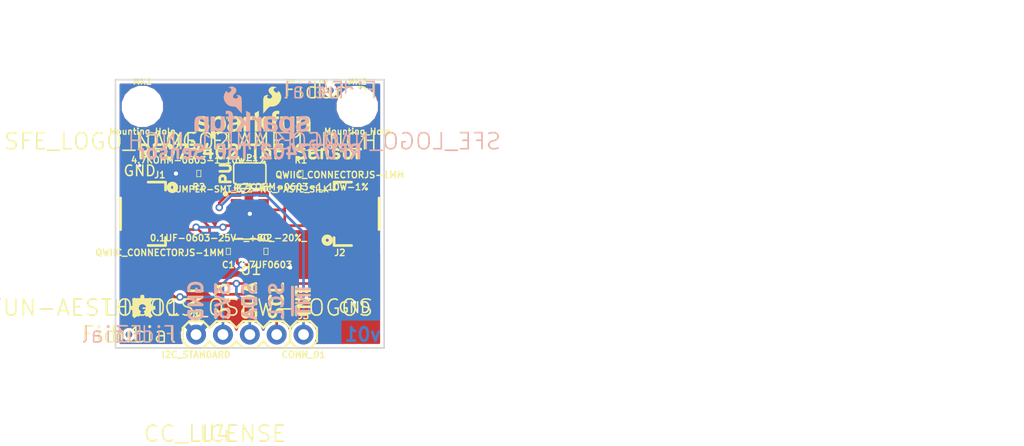
<source format=kicad_pcb>
(kicad_pcb (version 4) (host pcbnew 4.0.7)

  (general
    (links 26)
    (no_connects 1)
    (area 117.656001 84.328 173.827142 126.4622)
    (thickness 1.6)
    (drawings 22)
    (tracks 100)
    (zones 0)
    (modules 22)
    (nets 8)
  )

  (page A4)
  (layers
    (0 F.Cu signal)
    (31 B.Cu signal)
    (34 B.Paste user hide)
    (35 F.Paste user)
    (36 B.SilkS user)
    (37 F.SilkS user)
    (38 B.Mask user)
    (39 F.Mask user)
    (44 Edge.Cuts user)
    (46 B.CrtYd user)
    (47 F.CrtYd user)
    (48 B.Fab user hide)
    (49 F.Fab user)
  )

  (setup
    (last_trace_width 0.25)
    (trace_clearance 0.2)
    (zone_clearance 0.3048)
    (zone_45_only no)
    (trace_min 0.2)
    (segment_width 0.2)
    (edge_width 0.15)
    (via_size 0.7)
    (via_drill 0.4)
    (via_min_size 0.4)
    (via_min_drill 0.3)
    (uvia_size 0.3)
    (uvia_drill 0.1)
    (uvias_allowed no)
    (uvia_min_size 0.2)
    (uvia_min_drill 0.1)
    (pcb_text_width 0.254)
    (pcb_text_size 1.27 1.27)
    (mod_edge_width 0.15)
    (mod_text_size 1 1)
    (mod_text_width 0.15)
    (pad_size 0.6 0.6)
    (pad_drill 0.3)
    (pad_to_mask_clearance 0.075)
    (aux_axis_origin 0 0)
    (visible_elements 7FFCFFEF)
    (pcbplotparams
      (layerselection 0x00030_80000001)
      (usegerberextensions true)
      (excludeedgelayer true)
      (linewidth 0.100000)
      (plotframeref false)
      (viasonmask false)
      (mode 1)
      (useauxorigin false)
      (hpglpennumber 1)
      (hpglpenspeed 20)
      (hpglpendiameter 15)
      (hpglpenoverlay 2)
      (psnegative false)
      (psa4output false)
      (plotreference false)
      (plotvalue false)
      (plotinvisibletext false)
      (padsonsilk false)
      (subtractmaskfromsilk false)
      (outputformat 1)
      (mirror false)
      (drillshape 0)
      (scaleselection 1)
      (outputdirectory ""))
  )

  (net 0 "")
  (net 1 GND)
  (net 2 +3V3)
  (net 3 SDA)
  (net 4 SCL)
  (net 5 ~INT)
  (net 6 "Net-(JP1-Pad1)")
  (net 7 "Net-(JP1-Pad3)")

  (net_class Default "This is the default net class."
    (clearance 0.2)
    (trace_width 0.25)
    (via_dia 0.7)
    (via_drill 0.4)
    (uvia_dia 0.3)
    (uvia_drill 0.1)
    (add_net +3V3)
    (add_net GND)
    (add_net "Net-(JP1-Pad1)")
    (add_net "Net-(JP1-Pad3)")
    (add_net SCL)
    (add_net SDA)
    (add_net ~INT)
  )

  (module Connectors:1X04_1MM_RA (layer F.Cu) (tedit 200000) (tstamp 5A0C7F10)
    (at 142.24 104.14 270)
    (descr "SMD- 4 PIN RIGHT ANGLE")
    (tags "SMD- 4 PIN RIGHT ANGLE")
    (path /5A0B5101)
    (attr smd)
    (fp_text reference J1 (at -3.683 0.889 360) (layer F.SilkS)
      (effects (font (size 0.6096 0.6096) (thickness 0.127)))
    )
    (fp_text value QWIIC_CONNECTORJS-1MM (at 3.683 0.889 360) (layer F.SilkS)
      (effects (font (size 0.6096 0.6096) (thickness 0.127)))
    )
    (fp_line (start -1.4986 4.59994) (end 1.4986 4.59994) (layer F.SilkS) (width 0.254))
    (fp_line (start -2.99974 1.99898) (end -2.99974 0.34798) (layer F.SilkS) (width 0.254))
    (fp_line (start 2.2479 0.34798) (end 2.99974 0.34798) (layer F.SilkS) (width 0.254))
    (fp_line (start 2.99974 0.34798) (end 2.99974 1.99898) (layer F.SilkS) (width 0.254))
    (fp_line (start -2.99974 0.34798) (end -2.2479 0.34798) (layer F.SilkS) (width 0.254))
    (fp_circle (center -2.49936 -0.29972) (end -2.49936 -0.43942) (layer F.SilkS) (width 0.39878))
    (pad 1 smd rect (at -1.4986 0 270) (size 0.59944 1.34874) (layers F.Cu F.Paste F.Mask)
      (net 1 GND) (solder_mask_margin 0.1016))
    (pad 2 smd rect (at -0.49784 0 270) (size 0.59944 1.34874) (layers F.Cu F.Paste F.Mask)
      (net 2 +3V3) (solder_mask_margin 0.1016))
    (pad 3 smd rect (at 0.49784 0 270) (size 0.59944 1.34874) (layers F.Cu F.Paste F.Mask)
      (net 3 SDA) (solder_mask_margin 0.1016))
    (pad 4 smd rect (at 1.4986 0 270) (size 0.59944 1.34874) (layers F.Cu F.Paste F.Mask)
      (net 4 SCL) (solder_mask_margin 0.1016))
    (pad NC1 smd rect (at 2.79908 3.67284 270) (size 1.19888 1.99898) (layers F.Cu F.Paste F.Mask)
      (solder_mask_margin 0.1016))
    (pad NC2 smd rect (at -2.79908 3.67284 270) (size 1.19888 1.99898) (layers F.Cu F.Paste F.Mask)
      (solder_mask_margin 0.1016))
  )

  (module SparkFun-Jumpers:SMT-JUMPER_3_2-NC_PASTE_SILK (layer F.Cu) (tedit 0) (tstamp 590CB273)
    (at 149.86 100.33)
    (path /59082286)
    (fp_text reference JP1 (at 0 -1.143) (layer F.SilkS)
      (effects (font (size 0.57912 0.57912) (thickness 0.12192)) (justify bottom))
    )
    (fp_text value JUMPER-SMT_3_2-NC_PASTE_SILK (at 0 1.143) (layer F.SilkS)
      (effects (font (size 0.57912 0.57912) (thickness 0.12192)) (justify top))
    )
    (fp_line (start 1.27 1.016) (end -1.27 1.016) (layer F.SilkS) (width 0.1524))
    (fp_arc (start 1.27 -0.762) (end 1.27 -1.016) (angle 90) (layer F.SilkS) (width 0.1524))
    (fp_arc (start -1.27 -0.762) (end -1.524 -0.762) (angle 90) (layer F.SilkS) (width 0.1524))
    (fp_arc (start -1.27 0.762) (end -1.524 0.762) (angle -90) (layer F.SilkS) (width 0.1524))
    (fp_arc (start 1.27 0.762) (end 1.27 1.016) (angle -90) (layer F.SilkS) (width 0.1524))
    (fp_line (start 1.524 0.762) (end 1.524 -0.762) (layer F.SilkS) (width 0.1524))
    (fp_line (start -1.524 0.762) (end -1.524 -0.762) (layer F.SilkS) (width 0.1524))
    (fp_line (start -1.27 -1.016) (end 1.27 -1.016) (layer F.SilkS) (width 0.1524))
    (fp_poly (pts (xy -1.651 1.1176) (xy 1.651 1.1176) (xy 1.651 -1.1176) (xy -1.651 -1.1176)) (layer F.Paste) (width 0))
    (pad 1 smd rect (at -0.8128 0) (size 0.635 1.27) (layers F.Cu F.Paste F.Mask)
      (net 6 "Net-(JP1-Pad1)"))
    (pad 2 smd rect (at 0 0) (size 0.635 1.27) (layers F.Cu F.Paste F.Mask)
      (net 2 +3V3))
    (pad 3 smd rect (at 0.8128 0) (size 0.635 1.27) (layers F.Cu F.Paste F.Mask)
      (net 7 "Net-(JP1-Pad3)"))
  )

  (module SparkFun-Aesthetics:OSHW-LOGO-MINI (layer F.Cu) (tedit 0) (tstamp 590CB279)
    (at 139.7 113.03)
    (descr "<h3>Open-Source Hardware (OSHW) Logo - Mini - Silkscreen</h3>\n<p>Silkscreen logo for open-source hardware designs.</p>\n<p>Devices using:\n<ul><li>OSHW_LOGO</li></ul></p>")
    (path /59090398)
    (fp_text reference LOGO1 (at 0 0) (layer F.SilkS)
      (effects (font (thickness 0.15)))
    )
    (fp_text value SPARKFUN-AESTHETICS_OSHW-LOGOS (at 0 0) (layer F.SilkS)
      (effects (font (thickness 0.15)))
    )
    (fp_poly (pts (xy 1.2366 0.172631) (xy 1.2366 -0.147369) (xy 0.8766 -0.207369) (xy 0.8766 -0.247369)
      (xy 0.8666 -0.257369) (xy 0.8666 -0.277369) (xy 0.8566 -0.287369) (xy 0.8466 -0.307369)
      (xy 0.8466 -0.327369) (xy 0.8366 -0.337369) (xy 0.8366 -0.357369) (xy 0.8266 -0.367369)
      (xy 0.8166 -0.387369) (xy 0.8066 -0.397369) (xy 0.8066 -0.417369) (xy 0.7966 -0.427369)
      (xy 0.7866 -0.447369) (xy 0.7766 -0.457369) (xy 0.9866 -0.747369) (xy 0.7566 -0.967369)
      (xy 0.4666 -0.767369) (xy 0.4566 -0.777369) (xy 0.4366 -0.787369) (xy 0.4266 -0.787369)
      (xy 0.4066 -0.797369) (xy 0.3966 -0.807369) (xy 0.3766 -0.817369) (xy 0.3666 -0.817369)
      (xy 0.3466 -0.827369) (xy 0.3366 -0.837369) (xy 0.3166 -0.837369) (xy 0.2966 -0.847369)
      (xy 0.2866 -0.847369) (xy 0.2666 -0.857369) (xy 0.2566 -0.857369) (xy 0.2366 -0.867369)
      (xy 0.2166 -0.867369) (xy 0.1566 -1.217369) (xy -0.1634 -1.217369) (xy -0.2234 -0.867369)
      (xy -0.2334 -0.867369) (xy -0.2534 -0.857369) (xy -0.2734 -0.857369) (xy -0.2834 -0.847369)
      (xy -0.3034 -0.847369) (xy -0.3234 -0.837369) (xy -0.3334 -0.837369) (xy -0.3534 -0.827369)
      (xy -0.3634 -0.817369) (xy -0.3834 -0.817369) (xy -0.3934 -0.807369) (xy -0.4134 -0.797369)
      (xy -0.4234 -0.787369) (xy -0.4434 -0.787369) (xy -0.4534 -0.777369) (xy -0.4734 -0.767369)
      (xy -0.7634 -0.967369) (xy -0.9834 -0.747369) (xy -0.7834 -0.457369) (xy -0.7934 -0.447369)
      (xy -0.7934 -0.427369) (xy -0.8034 -0.417369) (xy -0.8134 -0.397369) (xy -0.8234 -0.387369)
      (xy -0.8234 -0.367369) (xy -0.8334 -0.357369) (xy -0.8434 -0.337369) (xy -0.8434 -0.327369)
      (xy -0.8634 -0.287369) (xy -0.8634 -0.277369) (xy -0.8734 -0.257369) (xy -0.8734 -0.247369)
      (xy -0.8834 -0.227369) (xy -0.8834 -0.207369) (xy -1.2334 -0.147369) (xy -1.2334 0.172631)
      (xy -0.8834 0.232631) (xy -0.8834 0.242631) (xy -0.8734 0.262631) (xy -0.8734 0.282631)
      (xy -0.8634 0.292631) (xy -0.8634 0.312631) (xy -0.8534 0.322631) (xy -0.8434 0.342631)
      (xy -0.8434 0.362631) (xy -0.8334 0.372631) (xy -0.8334 0.392631) (xy -0.8234 0.402631)
      (xy -0.8134 0.422631) (xy -0.8034 0.432631) (xy -0.7934 0.452631) (xy -0.7934 0.462631)
      (xy -0.7834 0.482631) (xy -0.9834 0.762631) (xy -0.7634 0.992631) (xy -0.4734 0.792631)
      (xy -0.4634 0.792631) (xy -0.4534 0.802631) (xy -0.4434 0.802631) (xy -0.4334 0.812631)
      (xy -0.4234 0.812631) (xy -0.4134 0.822631) (xy -0.4034 0.822631) (xy -0.3934 0.832631)
      (xy -0.3834 0.832631) (xy -0.3734 0.842631) (xy -0.3634 0.842631) (xy -0.3534 0.852631)
      (xy -0.3334 0.852631) (xy -0.3234 0.862631) (xy -0.1234 0.322631) (xy -0.1534 0.312631)
      (xy -0.1934 0.292631) (xy -0.2134 0.272631) (xy -0.2334 0.262631) (xy -0.2534 0.242631)
      (xy -0.2634 0.222631) (xy -0.2834 0.202631) (xy -0.3034 0.162631) (xy -0.3134 0.132631)
      (xy -0.3334 0.092631) (xy -0.3334 0.062631) (xy -0.3434 0.032631) (xy -0.3434 -0.027369)
      (xy -0.3034 -0.147369) (xy -0.2634 -0.207369) (xy -0.2434 -0.227369) (xy -0.2134 -0.247369)
      (xy -0.1934 -0.267369) (xy -0.1634 -0.287369) (xy -0.1334 -0.297369) (xy -0.1034 -0.317369)
      (xy -0.0734 -0.317369) (xy -0.0334 -0.327369) (xy 0.0366 -0.327369) (xy 0.0666 -0.317369)
      (xy 0.0966 -0.317369) (xy 0.1266 -0.297369) (xy 0.1566 -0.287369) (xy 0.2166 -0.247369)
      (xy 0.2566 -0.207369) (xy 0.2966 -0.147369) (xy 0.3066 -0.117369) (xy 0.3266 -0.087369)
      (xy 0.3266 -0.057369) (xy 0.3366 -0.027369) (xy 0.3366 0.062631) (xy 0.3266 0.092631)
      (xy 0.3266 0.112631) (xy 0.3166 0.132631) (xy 0.3066 0.162631) (xy 0.2966 0.182631)
      (xy 0.2766 0.202631) (xy 0.2666 0.222631) (xy 0.2266 0.262631) (xy 0.2066 0.272631)
      (xy 0.1866 0.292631) (xy 0.1266 0.322631) (xy 0.3266 0.862631) (xy 0.3266 0.852631)
      (xy 0.3466 0.852631) (xy 0.3566 0.842631) (xy 0.3666 0.842631) (xy 0.3766 0.832631)
      (xy 0.3866 0.832631) (xy 0.3966 0.822631) (xy 0.4166 0.822631) (xy 0.4266 0.812631)
      (xy 0.4366 0.812631) (xy 0.4566 0.792631) (xy 0.4666 0.792631) (xy 0.7566 0.992631)
      (xy 0.9866 0.762631) (xy 0.7766 0.482631) (xy 0.7866 0.462631) (xy 0.7966 0.452631)
      (xy 0.8066 0.432631) (xy 0.8066 0.422631) (xy 0.8166 0.402631) (xy 0.8266 0.392631)
      (xy 0.8366 0.372631) (xy 0.8366 0.362631) (xy 0.8566 0.322631) (xy 0.8566 0.312631)
      (xy 0.8666 0.292631) (xy 0.8666 0.282631) (xy 0.8766 0.262631) (xy 0.8766 0.242631)
      (xy 0.8866 0.232631)) (layer F.SilkS) (width 0))
  )

  (module SparkFun-Hardware:STAND-OFF (layer F.Cu) (tedit 0) (tstamp 590CB27C)
    (at 139.7 93.98)
    (descr "<h3>Standoff (#4 Screw)</h3>\n<p>This is the mechanical footprint for a #4 phillips button head screw. Use the keepout ring to avoid running the screw head into surrounding components.</p>\n<h4>Devices Using</h4>\n<ul><li>STAND-OFF</li></ul>")
    (path /59075789)
    (fp_text reference MK1 (at 0 -2.032) (layer F.SilkS)
      (effects (font (size 0.57912 0.57912) (thickness 0.12192)) (justify bottom))
    )
    (fp_text value Mounting_Hole (at 0 2.032) (layer F.SilkS)
      (effects (font (size 0.57912 0.57912) (thickness 0.12192)) (justify top))
    )
    (fp_circle (center 0 0) (end 2.794 0) (layer Cmts.User) (width 0.127))
    (pad "" np_thru_hole circle (at 0 0) (size 3.302 3.302) (drill 3.302) (layers *.Cu))
  )

  (module SparkFun-Hardware:STAND-OFF (layer F.Cu) (tedit 0) (tstamp 590CB280)
    (at 160.02 93.98)
    (descr "<h3>Standoff (#4 Screw)</h3>\n<p>This is the mechanical footprint for a #4 phillips button head screw. Use the keepout ring to avoid running the screw head into surrounding components.</p>\n<h4>Devices Using</h4>\n<ul><li>STAND-OFF</li></ul>")
    (path /59084A42)
    (fp_text reference MK2 (at 0 -2.032) (layer F.SilkS)
      (effects (font (size 0.57912 0.57912) (thickness 0.12192)) (justify bottom))
    )
    (fp_text value Mounting_Hole (at 0 2.032) (layer F.SilkS)
      (effects (font (size 0.57912 0.57912) (thickness 0.12192)) (justify top))
    )
    (fp_circle (center 0 0) (end 2.794 0) (layer Cmts.User) (width 0.127))
    (pad "" np_thru_hole circle (at 0 0) (size 3.302 3.302) (drill 3.302) (layers *.Cu))
  )

  (module SparkFun-Aesthetics:CREATIVE_COMMONS (layer F.Cu) (tedit 0) (tstamp 591D1415)
    (at 146.558 124.968)
    (descr "<h3>Creative Commons License Template</h3>\n<p>CC BY-SA 4.0 License with <a href=\"https://creativecommons.org/licenses/by-sa/4.0/\">link to license</a> and placeholder for designer name.</p>\n<p>Devices using:\n<ul><li>FRAME_LEDGER</li>\n<li>FRAME_LETTER</li></ul></p>")
    (path /5909150A)
    (fp_text reference U4 (at 0 0) (layer F.SilkS)
      (effects (font (thickness 0.15)))
    )
    (fp_text value CC_LICENSE (at 0 0) (layer F.SilkS)
      (effects (font (thickness 0.15)))
    )
    (fp_text user "Released under the Creative Commons Attribution Share-Alike 4.0 License" (at -20.32 -5.08) (layer Dwgs.User)
      (effects (font (size 1.6891 1.6891) (thickness 0.14224)) (justify left bottom))
    )
    (fp_text user " https://creativecommons.org/licenses/by-sa/4.0/" (at 0 -2.54) (layer Dwgs.User)
      (effects (font (size 1.6891 1.6891) (thickness 0.14224)) (justify left bottom))
    )
    (fp_text user "Designed by:" (at 11.43 0) (layer Dwgs.User)
      (effects (font (size 1.6891 1.6891) (thickness 0.14224)) (justify left bottom))
    )
  )

  (module Aesthetics:SFE_LOGO_NAME_FLAME_.1 (layer F.Cu) (tedit 200000) (tstamp 5A0C7ED0)
    (at 144.272 97.282)
    (descr "SPARKFUN FONT LOGO W/ FLAME - 0.1\" HEIGHT - SILKSCREEN")
    (tags "SPARKFUN FONT LOGO W/ FLAME - 0.1\" HEIGHT - SILKSCREEN")
    (path /5A0C7E91)
    (attr virtual)
    (fp_text reference LOGO2 (at 0 0) (layer F.SilkS)
      (effects (font (thickness 0.15)))
    )
    (fp_text value SFE_LOGO_NAME_FLAME.1_INCH (at 0 0) (layer F.SilkS)
      (effects (font (thickness 0.15)))
    )
    (fp_poly (pts (xy 0.80772 -1.39954) (xy 0.80772 -1.33858) (xy 0.82804 -1.28778) (xy 0.85852 -1.24968)
      (xy 0.89916 -1.2192) (xy 0.9398 -1.18872) (xy 0.99822 -1.17856) (xy 1.04902 -1.1684)
      (xy 1.10998 -1.15824) (xy 1.14808 -1.1684) (xy 1.18872 -1.1684) (xy 1.22936 -1.17856)
      (xy 1.27 -1.19888) (xy 1.3081 -1.22936) (xy 1.33858 -1.25984) (xy 1.34874 -1.29794)
      (xy 1.3589 -1.33858) (xy 1.34874 -1.37922) (xy 1.32842 -1.41986) (xy 1.28778 -1.4478)
      (xy 1.23952 -1.47828) (xy 1.17856 -1.4986) (xy 1.09982 -1.51892) (xy 1.01854 -1.53924)
      (xy 0.91948 -1.55956) (xy 0.82804 -1.57988) (xy 0.7493 -1.60782) (xy 0.67818 -1.6383)
      (xy 0.6096 -1.67894) (xy 0.54864 -1.71958) (xy 0.508 -1.778) (xy 0.47752 -1.84912)
      (xy 0.4699 -1.93802) (xy 0.47752 -2.05994) (xy 0.51816 -2.159) (xy 0.58928 -2.23774)
      (xy 0.65786 -2.2987) (xy 0.75946 -2.3495) (xy 0.85852 -2.36982) (xy 0.96774 -2.3876)
      (xy 1.19888 -2.3876) (xy 1.3081 -2.36982) (xy 1.4097 -2.33934) (xy 1.4986 -2.2987)
      (xy 1.57988 -2.23774) (xy 1.6383 -2.159) (xy 1.6891 -2.05994) (xy 1.70942 -1.93802)
      (xy 1.33858 -1.93802) (xy 1.32842 -1.98882) (xy 1.3081 -2.03962) (xy 1.28778 -2.06756)
      (xy 1.25984 -2.08788) (xy 1.2192 -2.1082) (xy 1.1684 -2.12852) (xy 0.99822 -2.12852)
      (xy 0.96774 -2.11836) (xy 0.92964 -2.1082) (xy 0.89916 -2.09804) (xy 0.87884 -2.06756)
      (xy 0.85852 -2.03962) (xy 0.85852 -1.99898) (xy 0.86868 -1.95834) (xy 0.89916 -1.9177)
      (xy 0.9398 -1.88976) (xy 0.99822 -1.85928) (xy 1.05918 -1.83896) (xy 1.13792 -1.8288)
      (xy 1.2192 -1.80848) (xy 1.29794 -1.78816) (xy 1.37922 -1.76784) (xy 1.46812 -1.74752)
      (xy 1.53924 -1.70942) (xy 1.60782 -1.66878) (xy 1.66878 -1.61798) (xy 1.70942 -1.55956)
      (xy 1.7399 -1.48844) (xy 1.74752 -1.39954) (xy 1.72974 -1.27) (xy 1.6891 -1.15824)
      (xy 1.62814 -1.0795) (xy 1.5494 -1.00838) (xy 1.4478 -0.95758) (xy 1.33858 -0.92964)
      (xy 1.2192 -0.90932) (xy 1.09982 -0.89916) (xy 0.9779 -0.90932) (xy 0.85852 -0.92964)
      (xy 0.7493 -0.95758) (xy 0.6477 -1.00838) (xy 0.56896 -1.0795) (xy 0.49784 -1.1684)
      (xy 0.45974 -1.27) (xy 0.43942 -1.39954) (xy 0.75946 -1.39954)) (layer F.SilkS) (width 0.01))
    (fp_poly (pts (xy 2.9083 -1.39954) (xy 2.93878 -1.47828) (xy 2.94894 -1.55956) (xy 2.94894 -1.6383)
      (xy 3.33756 -1.62814) (xy 3.32994 -1.48844) (xy 3.29946 -1.3589) (xy 3.24866 -1.23952)) (layer F.SilkS) (width 0.01))
    (fp_poly (pts (xy 3.24866 -1.23952) (xy 3.1877 -1.12776) (xy 3.0988 -1.03886) (xy 2.98958 -0.95758)
      (xy 2.86766 -0.91948) (xy 2.7178 -0.89916) (xy 2.65938 -0.90932) (xy 2.59842 -0.91948)
      (xy 2.54 -0.92964) (xy 2.47904 -0.95758) (xy 2.42824 -0.98806) (xy 2.37998 -1.01854)
      (xy 2.33934 -1.06934) (xy 2.2987 -1.1176) (xy 2.28854 -1.1176) (xy 2.28854 -0.09906)
      (xy 2.2479 -0.1397) (xy 2.19964 -0.18796) (xy 2.14884 -0.2286) (xy 2.09804 -0.26924)
      (xy 2.04978 -0.30988) (xy 1.99898 -0.35814) (xy 1.95834 -0.39878) (xy 1.90754 -0.43942)
      (xy 1.90754 -2.28854) (xy 1.94818 -2.2987) (xy 1.99898 -2.30886) (xy 2.04978 -2.30886)
      (xy 2.08788 -2.31902) (xy 2.13868 -2.32918) (xy 2.17932 -2.33934) (xy 2.22758 -2.3495)
      (xy 2.27838 -2.35966) (xy 2.27838 -2.17932) (xy 2.31902 -2.22758) (xy 2.35966 -2.26822)
      (xy 2.40792 -2.30886) (xy 2.45872 -2.33934) (xy 2.50952 -2.36982) (xy 2.56794 -2.37998)
      (xy 2.6289 -2.3876) (xy 2.69748 -2.3876) (xy 2.84988 -2.37998) (xy 2.98958 -2.32918)
      (xy 3.0988 -2.25806) (xy 3.1877 -2.159) (xy 3.25882 -2.04978) (xy 3.29946 -1.9177)
      (xy 3.32994 -1.778) (xy 3.33756 -1.62814) (xy 2.94894 -1.6383) (xy 2.94894 -1.72974)
      (xy 2.93878 -1.80848) (xy 2.9083 -1.88976) (xy 2.87782 -1.95834) (xy 2.82956 -2.0193)
      (xy 2.7686 -2.05994) (xy 2.69748 -2.08788) (xy 2.60858 -2.09804) (xy 2.52984 -2.08788)
      (xy 2.44856 -2.05994) (xy 2.39776 -2.0193) (xy 2.3495 -1.95834) (xy 2.31902 -1.88976)
      (xy 2.28854 -1.80848) (xy 2.27838 -1.72974) (xy 2.27838 -1.55956) (xy 2.2987 -1.47828)
      (xy 2.31902 -1.39954) (xy 2.3495 -1.32842) (xy 2.39776 -1.27762) (xy 2.45872 -1.22936)
      (xy 2.52984 -1.20904) (xy 2.61874 -1.19888) (xy 2.69748 -1.20904) (xy 2.77876 -1.22936)
      (xy 2.83972 -1.27762) (xy 2.87782 -1.32842) (xy 2.9083 -1.39954)) (layer F.SilkS) (width 0.01))
    (fp_poly (pts (xy 3.92938 -1.74752) (xy 4.01828 -1.75768) (xy 4.10972 -1.76784) (xy 4.1783 -1.778)
      (xy 4.2291 -1.57988) (xy 4.20878 -1.56972) (xy 4.18846 -1.56972) (xy 4.15798 -1.55956)
      (xy 4.11988 -1.55956) (xy 4.0894 -1.5494) (xy 4.04876 -1.5494) (xy 4.02844 -1.53924)
      (xy 4.00812 -1.53924)) (layer F.SilkS) (width 0.01))
    (fp_poly (pts (xy 4.00812 -1.53924) (xy 3.97764 -1.52908) (xy 3.95986 -1.51892) (xy 3.9497 -1.50876)
      (xy 3.92938 -1.4986) (xy 3.90906 -1.48844) (xy 3.8989 -1.47828) (xy 3.87858 -1.46812)
      (xy 3.86842 -1.4478) (xy 3.85826 -1.42748) (xy 3.8481 -1.4097) (xy 3.8481 -1.38938)
      (xy 3.83794 -1.36906) (xy 3.83794 -1.31826) (xy 3.8481 -1.28778) (xy 3.8481 -1.27)
      (xy 3.85826 -1.24968) (xy 3.86842 -1.23952) (xy 3.87858 -1.2192) (xy 3.8989 -1.20904)
      (xy 3.90906 -1.19888) (xy 3.92938 -1.18872) (xy 3.9497 -1.17856) (xy 3.96748 -1.17856)
      (xy 3.9878 -1.1684) (xy 4.00812 -1.1684) (xy 4.02844 -1.15824) (xy 4.07924 -1.15824)
      (xy 4.1275 -1.1684) (xy 4.1783 -1.1684) (xy 4.21894 -1.18872) (xy 4.25958 -1.19888)
      (xy 4.28752 -1.2192) (xy 4.30784 -1.23952) (xy 4.32816 -1.27) (xy 4.34848 -1.28778)
      (xy 4.35864 -1.31826) (xy 4.3688 -1.34874) (xy 4.37896 -1.36906) (xy 4.38912 -1.39954)
      (xy 4.38912 -1.62814) (xy 4.37896 -1.61798) (xy 4.3688 -1.60782) (xy 4.34848 -1.60782)
      (xy 4.32816 -1.59766) (xy 4.30784 -1.5875) (xy 4.28752 -1.5875) (xy 4.26974 -1.57988)
      (xy 4.2291 -1.57988) (xy 4.1783 -1.778) (xy 4.24942 -1.79832) (xy 4.30784 -1.81864)
      (xy 4.35864 -1.84912) (xy 4.38912 -1.88976) (xy 4.38912 -1.99898) (xy 4.37896 -2.0193)
      (xy 4.3688 -2.03962) (xy 4.35864 -2.05994) (xy 4.34848 -2.06756) (xy 4.33832 -2.08788)
      (xy 4.318 -2.09804) (xy 4.29768 -2.1082) (xy 4.2799 -2.11836) (xy 4.25958 -2.11836)
      (xy 4.23926 -2.12852) (xy 4.05892 -2.12852) (xy 4.0386 -2.11836) (xy 4.01828 -2.1082)
      (xy 3.99796 -2.09804) (xy 3.97764 -2.08788) (xy 3.95986 -2.07772) (xy 3.9497 -2.06756)
      (xy 3.92938 -2.04978) (xy 3.91922 -2.03962) (xy 3.90906 -2.0193) (xy 3.8989 -1.98882)
      (xy 3.88874 -1.9685) (xy 3.88874 -1.9177) (xy 3.49758 -1.9177) (xy 3.50774 -1.97866)
      (xy 3.5179 -2.03962) (xy 3.53822 -2.09804) (xy 3.5687 -2.13868) (xy 3.59918 -2.18948)
      (xy 3.62966 -2.22758) (xy 3.66776 -2.25806) (xy 3.71856 -2.28854) (xy 3.76936 -2.31902)
      (xy 3.81762 -2.33934) (xy 3.86842 -2.3495) (xy 3.92938 -2.36982) (xy 3.9878 -2.37998)
      (xy 4.0386 -2.3876) (xy 4.26974 -2.3876) (xy 4.318 -2.37998) (xy 4.37896 -2.37998)
      (xy 4.42976 -2.36982) (xy 4.47802 -2.3495) (xy 4.52882 -2.33934) (xy 4.57962 -2.31902)
      (xy 4.61772 -2.28854) (xy 4.65836 -2.25806) (xy 4.699 -2.22758) (xy 4.72948 -2.18948)
      (xy 4.7498 -2.14884) (xy 4.76758 -2.09804) (xy 4.77774 -2.04978) (xy 4.77774 -1.17856)
      (xy 4.7879 -1.15824) (xy 4.7879 -1.06934) (xy 4.79806 -1.04902) (xy 4.79806 -1.0287)
      (xy 4.80822 -1.00838) (xy 4.80822 -0.9779) (xy 4.81838 -0.95758) (xy 4.82854 -0.94996)
      (xy 4.82854 -0.9398) (xy 4.43992 -0.9398) (xy 4.43992 -0.94996) (xy 4.42976 -0.95758)
      (xy 4.42976 -0.96774) (xy 4.4196 -0.9779) (xy 4.4196 -1.00838) (xy 4.40944 -1.01854)
      (xy 4.40944 -1.0795) (xy 4.38912 -1.04902) (xy 4.35864 -1.0287) (xy 4.33832 -1.00838)
      (xy 4.30784 -0.98806) (xy 4.2799 -0.9779) (xy 4.24942 -0.95758) (xy 4.21894 -0.94996)
      (xy 4.18846 -0.9398) (xy 4.15798 -0.92964) (xy 4.1275 -0.91948) (xy 4.09956 -0.91948)
      (xy 4.06908 -0.90932) (xy 4.02844 -0.90932) (xy 3.99796 -0.89916) (xy 3.88874 -0.89916)
      (xy 3.83794 -0.90932) (xy 3.78968 -0.90932) (xy 3.74904 -0.91948) (xy 3.69824 -0.9398)
      (xy 3.6576 -0.95758) (xy 3.62966 -0.9779) (xy 3.58902 -0.99822) (xy 3.55854 -1.0287)
      (xy 3.53822 -1.05918) (xy 3.50774 -1.09982) (xy 3.48996 -1.12776) (xy 3.4798 -1.17856)
      (xy 3.45948 -1.2192) (xy 3.45948 -1.27) (xy 3.44932 -1.31826) (xy 3.46964 -1.42748)
      (xy 3.49758 -1.51892) (xy 3.53822 -1.5875) (xy 3.60934 -1.64846) (xy 3.67792 -1.6891)
      (xy 3.7592 -1.71958) (xy 3.83794 -1.7399) (xy 3.92938 -1.74752)) (layer F.SilkS) (width 0.01))
    (fp_poly (pts (xy 4.99872 -2.28854) (xy 5.04952 -2.2987) (xy 5.08762 -2.30886) (xy 5.13842 -2.30886)
      (xy 5.18922 -2.31902) (xy 5.22986 -2.32918) (xy 5.27812 -2.33934) (xy 5.32892 -2.3495)
      (xy 5.36956 -2.35966) (xy 5.36956 -2.08788) (xy 5.40766 -2.159) (xy 5.4483 -2.2098)
      (xy 5.4991 -2.26822) (xy 5.5499 -2.30886) (xy 5.61848 -2.3495) (xy 5.67944 -2.36982)
      (xy 5.74802 -2.3876) (xy 5.88772 -2.3876) (xy 5.89788 -2.37998) (xy 5.90804 -2.37998)
      (xy 5.90804 -2.0193) (xy 5.89788 -2.0193) (xy 5.87756 -2.02946) (xy 5.76834 -2.02946)
      (xy 5.66928 -2.0193) (xy 5.588 -1.99898) (xy 5.51942 -1.95834) (xy 5.46862 -1.89992)
      (xy 5.42798 -1.8288) (xy 5.40766 -1.75768) (xy 5.38988 -1.66878) (xy 5.38988 -0.9398)
      (xy 4.99872 -0.9398) (xy 4.99872 -2.11836)) (layer F.SilkS) (width 0.01))
    (fp_poly (pts (xy 6.0579 -2.6797) (xy 6.44906 -2.88798) (xy 6.44906 -1.84912) (xy 6.93928 -2.35966)
      (xy 7.39902 -2.35966) (xy 6.86816 -1.83896) (xy 7.45998 -0.9398) (xy 6.98754 -0.9398)
      (xy 6.59892 -1.56972) (xy 6.44906 -1.42748) (xy 6.44906 -0.9398) (xy 6.0579 -0.9398)) (layer F.SilkS) (width 0.01))
    (fp_poly (pts (xy 7.69874 -2.09804) (xy 7.30758 -2.09804) (xy 7.34822 -2.12852) (xy 7.3787 -2.159)
      (xy 7.40918 -2.18948) (xy 7.44982 -2.22758) (xy 7.47776 -2.25806) (xy 7.50824 -2.28854)
      (xy 7.54888 -2.31902) (xy 7.57936 -2.35966) (xy 7.69874 -2.35966) (xy 7.69874 -2.55778)
      (xy 7.72922 -2.63906) (xy 7.7597 -2.70764) (xy 7.80796 -2.7686) (xy 7.87908 -2.8194)
      (xy 7.95782 -2.8575) (xy 8.05942 -2.88798) (xy 8.34898 -2.88798) (xy 8.3693 -2.87782)
      (xy 8.3693 -2.59842) (xy 8.19912 -2.59842) (xy 8.15848 -2.58826) (xy 8.13816 -2.5781)
      (xy 8.11784 -2.56794) (xy 8.09752 -2.54) (xy 8.0899 -2.51968) (xy 8.0899 -2.47904)
      (xy 8.07974 -2.4384) (xy 8.07974 -2.35966) (xy 8.34898 -2.35966) (xy 8.34898 -2.09804)
      (xy 8.07974 -2.09804) (xy 8.07974 -0.9398) (xy 7.69874 -0.9398) (xy 7.69874 -1.94818)) (layer F.SilkS) (width 0.01))
    (fp_poly (pts (xy 9.78916 -0.9398) (xy 9.41832 -0.9398) (xy 9.41832 -1.13792) (xy 9.40816 -1.13792)
      (xy 9.36752 -1.0795) (xy 9.32942 -1.0287) (xy 9.27862 -0.98806) (xy 9.21766 -0.95758)
      (xy 9.1694 -0.9398) (xy 9.10844 -0.91948) (xy 9.03986 -0.90932) (xy 8.9789 -0.89916)
      (xy 8.8392 -0.90932) (xy 8.72998 -0.94996) (xy 8.63854 -0.99822) (xy 8.56996 -1.05918)
      (xy 8.51916 -1.14808) (xy 8.48868 -1.24968) (xy 8.46836 -1.3589) (xy 8.46836 -2.35966)
      (xy 8.84936 -2.35966) (xy 8.84936 -1.55956) (xy 8.85952 -1.47828) (xy 8.86968 -1.39954)
      (xy 8.87984 -1.33858) (xy 8.90778 -1.29794) (xy 8.93826 -1.25984) (xy 8.98906 -1.22936)
      (xy 9.03986 -1.2192) (xy 9.09828 -1.20904) (xy 9.17956 -1.2192) (xy 9.23798 -1.22936)
      (xy 9.28878 -1.25984) (xy 9.32942 -1.29794) (xy 9.3599 -1.3589) (xy 9.38784 -1.42748)
      (xy 9.398 -1.50876) (xy 9.398 -2.35966) (xy 9.78916 -2.35966) (xy 9.78916 -1.1176)) (layer F.SilkS) (width 0.01))
    (fp_poly (pts (xy 9.99998 -2.35966) (xy 10.36828 -2.35966) (xy 10.36828 -2.159) (xy 10.37844 -2.159)
      (xy 10.41908 -2.21996) (xy 10.45972 -2.25806) (xy 10.50798 -2.2987) (xy 10.56894 -2.33934)
      (xy 10.6299 -2.35966) (xy 10.68832 -2.37998) (xy 10.74928 -2.3876) (xy 10.8077 -2.3876)
      (xy 10.94994 -2.37998) (xy 11.05916 -2.3495) (xy 11.14806 -2.2987) (xy 11.21918 -2.22758)
      (xy 11.26998 -2.14884) (xy 11.29792 -2.04978) (xy 11.31824 -1.93802) (xy 11.3284 -1.80848)
      (xy 11.3284 -0.9398) (xy 10.93978 -0.9398) (xy 10.93978 -1.7399) (xy 10.92962 -1.81864)
      (xy 10.91946 -1.88976) (xy 10.9093 -1.94818) (xy 10.87882 -1.99898) (xy 10.84834 -2.03962)
      (xy 10.79754 -2.06756) (xy 10.74928 -2.07772) (xy 10.68832 -2.08788) (xy 10.60958 -2.07772)
      (xy 10.54862 -2.06756) (xy 10.49782 -2.03962) (xy 10.45972 -1.98882) (xy 10.42924 -1.93802)
      (xy 10.39876 -1.86944) (xy 10.3886 -1.778) (xy 10.3886 -0.9398) (xy 9.99998 -0.9398)
      (xy 9.99998 -2.17932)) (layer F.SilkS) (width 0.01))
    (fp_poly (pts (xy 8.24992 -4.77774) (xy 8.24992 -4.699) (xy 8.23976 -4.66852) (xy 8.2296 -4.63804)
      (xy 8.19912 -4.61772) (xy 8.16864 -4.60756) (xy 8.09752 -4.60756) (xy 8.05942 -4.62788)
      (xy 8.01878 -4.6482) (xy 7.9883 -4.66852) (xy 7.94766 -4.699) (xy 7.91972 -4.71932)
      (xy 7.88924 -4.7498) (xy 7.86892 -4.7879) (xy 7.8486 -4.81838) (xy 7.83844 -4.85902)
      (xy 7.82828 -4.8895) (xy 7.83844 -4.91998) (xy 7.8486 -4.93776) (xy 7.85876 -4.96824)
      (xy 7.87908 -4.99872) (xy 7.91972 -5.0292) (xy 7.95782 -5.04952) (xy 8.00862 -5.05968)
      (xy 8.04926 -5.06984) (xy 8.07974 -5.06984) (xy 8.10768 -5.05968) (xy 8.13816 -5.05968)
      (xy 8.128 -5.06984) (xy 8.0899 -5.09778) (xy 8.02894 -5.12826) (xy 7.94766 -5.15874)
      (xy 7.85876 -5.18922) (xy 7.7597 -5.18922) (xy 7.64794 -5.1689) (xy 7.53872 -5.10794)
      (xy 7.44982 -5.0292) (xy 7.39902 -4.95808) (xy 7.36854 -4.86918) (xy 7.36854 -4.7879)
      (xy 7.38886 -4.699) (xy 7.43966 -4.60756) (xy 7.50824 -4.52882) (xy 7.58952 -4.43992)
      (xy 7.6581 -4.35864) (xy 7.68858 -4.28752) (xy 7.68858 -4.21894) (xy 7.66826 -4.15798)
      (xy 7.62762 -4.10972) (xy 7.5692 -4.06908) (xy 7.48792 -4.04876) (xy 7.40918 -4.04876)
      (xy 7.35838 -4.05892) (xy 7.30758 -4.07924) (xy 7.27964 -4.09956) (xy 7.24916 -4.1275)
      (xy 7.22884 -4.16814) (xy 7.21868 -4.19862) (xy 7.21868 -4.2291) (xy 7.22884 -4.25958)
      (xy 7.24916 -4.28752) (xy 7.26948 -4.30784) (xy 7.2898 -4.32816) (xy 7.31774 -4.33832)
      (xy 7.33806 -4.34848) (xy 7.35838 -4.35864) (xy 7.36854 -4.3688) (xy 7.34822 -4.37896)
      (xy 7.3279 -4.37896) (xy 7.2898 -4.38912) (xy 7.20852 -4.38912) (xy 7.14756 -4.37896)
      (xy 7.0993 -4.35864) (xy 7.0485 -4.33832) (xy 7.00786 -4.30784) (xy 6.9596 -4.2799)
      (xy 6.92912 -4.2291) (xy 6.89864 -4.16814) (xy 6.87832 -4.10972) (xy 6.86816 -4.01828)
      (xy 6.858 -3.92938) (xy 6.858 -2.64922) (xy 6.86816 -2.64922) (xy 6.88848 -2.6797)
      (xy 6.91896 -2.70764) (xy 6.94944 -2.74828) (xy 6.9977 -2.79908) (xy 7.0485 -2.8575)
      (xy 7.10946 -2.91846) (xy 7.15772 -2.98958) (xy 7.22884 -3.05816) (xy 7.2898 -3.11912)
      (xy 7.33806 -3.17754) (xy 7.38886 -3.21818) (xy 7.43966 -3.25882) (xy 7.48792 -3.2893)
      (xy 7.54888 -3.29946) (xy 7.73938 -3.29946) (xy 7.85876 -3.31978) (xy 7.96798 -3.34772)
      (xy 8.06958 -3.38836) (xy 8.16864 -3.44932) (xy 8.24992 -3.5179) (xy 8.32866 -3.59918)
      (xy 8.39978 -3.68808) (xy 8.49884 -3.86842) (xy 8.54964 -4.04876) (xy 8.5598 -4.2291)
      (xy 8.52932 -4.38912) (xy 8.47852 -4.52882) (xy 8.40994 -4.6482) (xy 8.32866 -4.73964)) (layer F.SilkS) (width 0.01))
  )

  (module Aesthetics:SFE_LOGO_NAME_FLAME_.1 (layer B.Cu) (tedit 200000) (tstamp 5A0C7ED4)
    (at 155.956 97.282 180)
    (descr "SPARKFUN FONT LOGO W/ FLAME - 0.1\" HEIGHT - SILKSCREEN")
    (tags "SPARKFUN FONT LOGO W/ FLAME - 0.1\" HEIGHT - SILKSCREEN")
    (path /5A0C8030)
    (attr virtual)
    (fp_text reference LOGO3 (at 0 0 180) (layer B.SilkS)
      (effects (font (thickness 0.15)) (justify mirror))
    )
    (fp_text value SFE_LOGO_NAME_FLAME.1_INCH (at 0 0 180) (layer B.SilkS)
      (effects (font (thickness 0.15)) (justify mirror))
    )
    (fp_poly (pts (xy 0.80772 1.39954) (xy 0.80772 1.33858) (xy 0.82804 1.28778) (xy 0.85852 1.24968)
      (xy 0.89916 1.2192) (xy 0.9398 1.18872) (xy 0.99822 1.17856) (xy 1.04902 1.1684)
      (xy 1.10998 1.15824) (xy 1.14808 1.1684) (xy 1.18872 1.1684) (xy 1.22936 1.17856)
      (xy 1.27 1.19888) (xy 1.3081 1.22936) (xy 1.33858 1.25984) (xy 1.34874 1.29794)
      (xy 1.3589 1.33858) (xy 1.34874 1.37922) (xy 1.32842 1.41986) (xy 1.28778 1.4478)
      (xy 1.23952 1.47828) (xy 1.17856 1.4986) (xy 1.09982 1.51892) (xy 1.01854 1.53924)
      (xy 0.91948 1.55956) (xy 0.82804 1.57988) (xy 0.7493 1.60782) (xy 0.67818 1.6383)
      (xy 0.6096 1.67894) (xy 0.54864 1.71958) (xy 0.508 1.778) (xy 0.47752 1.84912)
      (xy 0.4699 1.93802) (xy 0.47752 2.05994) (xy 0.51816 2.159) (xy 0.58928 2.23774)
      (xy 0.65786 2.2987) (xy 0.75946 2.3495) (xy 0.85852 2.36982) (xy 0.96774 2.3876)
      (xy 1.19888 2.3876) (xy 1.3081 2.36982) (xy 1.4097 2.33934) (xy 1.4986 2.2987)
      (xy 1.57988 2.23774) (xy 1.6383 2.159) (xy 1.6891 2.05994) (xy 1.70942 1.93802)
      (xy 1.33858 1.93802) (xy 1.32842 1.98882) (xy 1.3081 2.03962) (xy 1.28778 2.06756)
      (xy 1.25984 2.08788) (xy 1.2192 2.1082) (xy 1.1684 2.12852) (xy 0.99822 2.12852)
      (xy 0.96774 2.11836) (xy 0.92964 2.1082) (xy 0.89916 2.09804) (xy 0.87884 2.06756)
      (xy 0.85852 2.03962) (xy 0.85852 1.99898) (xy 0.86868 1.95834) (xy 0.89916 1.9177)
      (xy 0.9398 1.88976) (xy 0.99822 1.85928) (xy 1.05918 1.83896) (xy 1.13792 1.8288)
      (xy 1.2192 1.80848) (xy 1.29794 1.78816) (xy 1.37922 1.76784) (xy 1.46812 1.74752)
      (xy 1.53924 1.70942) (xy 1.60782 1.66878) (xy 1.66878 1.61798) (xy 1.70942 1.55956)
      (xy 1.7399 1.48844) (xy 1.74752 1.39954) (xy 1.72974 1.27) (xy 1.6891 1.15824)
      (xy 1.62814 1.0795) (xy 1.5494 1.00838) (xy 1.4478 0.95758) (xy 1.33858 0.92964)
      (xy 1.2192 0.90932) (xy 1.09982 0.89916) (xy 0.9779 0.90932) (xy 0.85852 0.92964)
      (xy 0.7493 0.95758) (xy 0.6477 1.00838) (xy 0.56896 1.0795) (xy 0.49784 1.1684)
      (xy 0.45974 1.27) (xy 0.43942 1.39954) (xy 0.75946 1.39954)) (layer B.SilkS) (width 0.01))
    (fp_poly (pts (xy 2.9083 1.39954) (xy 2.93878 1.47828) (xy 2.94894 1.55956) (xy 2.94894 1.6383)
      (xy 3.33756 1.62814) (xy 3.32994 1.48844) (xy 3.29946 1.3589) (xy 3.24866 1.23952)) (layer B.SilkS) (width 0.01))
    (fp_poly (pts (xy 3.24866 1.23952) (xy 3.1877 1.12776) (xy 3.0988 1.03886) (xy 2.98958 0.95758)
      (xy 2.86766 0.91948) (xy 2.7178 0.89916) (xy 2.65938 0.90932) (xy 2.59842 0.91948)
      (xy 2.54 0.92964) (xy 2.47904 0.95758) (xy 2.42824 0.98806) (xy 2.37998 1.01854)
      (xy 2.33934 1.06934) (xy 2.2987 1.1176) (xy 2.28854 1.1176) (xy 2.28854 0.09906)
      (xy 2.2479 0.1397) (xy 2.19964 0.18796) (xy 2.14884 0.2286) (xy 2.09804 0.26924)
      (xy 2.04978 0.30988) (xy 1.99898 0.35814) (xy 1.95834 0.39878) (xy 1.90754 0.43942)
      (xy 1.90754 2.28854) (xy 1.94818 2.2987) (xy 1.99898 2.30886) (xy 2.04978 2.30886)
      (xy 2.08788 2.31902) (xy 2.13868 2.32918) (xy 2.17932 2.33934) (xy 2.22758 2.3495)
      (xy 2.27838 2.35966) (xy 2.27838 2.17932) (xy 2.31902 2.22758) (xy 2.35966 2.26822)
      (xy 2.40792 2.30886) (xy 2.45872 2.33934) (xy 2.50952 2.36982) (xy 2.56794 2.37998)
      (xy 2.6289 2.3876) (xy 2.69748 2.3876) (xy 2.84988 2.37998) (xy 2.98958 2.32918)
      (xy 3.0988 2.25806) (xy 3.1877 2.159) (xy 3.25882 2.04978) (xy 3.29946 1.9177)
      (xy 3.32994 1.778) (xy 3.33756 1.62814) (xy 2.94894 1.6383) (xy 2.94894 1.72974)
      (xy 2.93878 1.80848) (xy 2.9083 1.88976) (xy 2.87782 1.95834) (xy 2.82956 2.0193)
      (xy 2.7686 2.05994) (xy 2.69748 2.08788) (xy 2.60858 2.09804) (xy 2.52984 2.08788)
      (xy 2.44856 2.05994) (xy 2.39776 2.0193) (xy 2.3495 1.95834) (xy 2.31902 1.88976)
      (xy 2.28854 1.80848) (xy 2.27838 1.72974) (xy 2.27838 1.55956) (xy 2.2987 1.47828)
      (xy 2.31902 1.39954) (xy 2.3495 1.32842) (xy 2.39776 1.27762) (xy 2.45872 1.22936)
      (xy 2.52984 1.20904) (xy 2.61874 1.19888) (xy 2.69748 1.20904) (xy 2.77876 1.22936)
      (xy 2.83972 1.27762) (xy 2.87782 1.32842) (xy 2.9083 1.39954)) (layer B.SilkS) (width 0.01))
    (fp_poly (pts (xy 3.92938 1.74752) (xy 4.01828 1.75768) (xy 4.10972 1.76784) (xy 4.1783 1.778)
      (xy 4.2291 1.57988) (xy 4.20878 1.56972) (xy 4.18846 1.56972) (xy 4.15798 1.55956)
      (xy 4.11988 1.55956) (xy 4.0894 1.5494) (xy 4.04876 1.5494) (xy 4.02844 1.53924)
      (xy 4.00812 1.53924)) (layer B.SilkS) (width 0.01))
    (fp_poly (pts (xy 4.00812 1.53924) (xy 3.97764 1.52908) (xy 3.95986 1.51892) (xy 3.9497 1.50876)
      (xy 3.92938 1.4986) (xy 3.90906 1.48844) (xy 3.8989 1.47828) (xy 3.87858 1.46812)
      (xy 3.86842 1.4478) (xy 3.85826 1.42748) (xy 3.8481 1.4097) (xy 3.8481 1.38938)
      (xy 3.83794 1.36906) (xy 3.83794 1.31826) (xy 3.8481 1.28778) (xy 3.8481 1.27)
      (xy 3.85826 1.24968) (xy 3.86842 1.23952) (xy 3.87858 1.2192) (xy 3.8989 1.20904)
      (xy 3.90906 1.19888) (xy 3.92938 1.18872) (xy 3.9497 1.17856) (xy 3.96748 1.17856)
      (xy 3.9878 1.1684) (xy 4.00812 1.1684) (xy 4.02844 1.15824) (xy 4.07924 1.15824)
      (xy 4.1275 1.1684) (xy 4.1783 1.1684) (xy 4.21894 1.18872) (xy 4.25958 1.19888)
      (xy 4.28752 1.2192) (xy 4.30784 1.23952) (xy 4.32816 1.27) (xy 4.34848 1.28778)
      (xy 4.35864 1.31826) (xy 4.3688 1.34874) (xy 4.37896 1.36906) (xy 4.38912 1.39954)
      (xy 4.38912 1.62814) (xy 4.37896 1.61798) (xy 4.3688 1.60782) (xy 4.34848 1.60782)
      (xy 4.32816 1.59766) (xy 4.30784 1.5875) (xy 4.28752 1.5875) (xy 4.26974 1.57988)
      (xy 4.2291 1.57988) (xy 4.1783 1.778) (xy 4.24942 1.79832) (xy 4.30784 1.81864)
      (xy 4.35864 1.84912) (xy 4.38912 1.88976) (xy 4.38912 1.99898) (xy 4.37896 2.0193)
      (xy 4.3688 2.03962) (xy 4.35864 2.05994) (xy 4.34848 2.06756) (xy 4.33832 2.08788)
      (xy 4.318 2.09804) (xy 4.29768 2.1082) (xy 4.2799 2.11836) (xy 4.25958 2.11836)
      (xy 4.23926 2.12852) (xy 4.05892 2.12852) (xy 4.0386 2.11836) (xy 4.01828 2.1082)
      (xy 3.99796 2.09804) (xy 3.97764 2.08788) (xy 3.95986 2.07772) (xy 3.9497 2.06756)
      (xy 3.92938 2.04978) (xy 3.91922 2.03962) (xy 3.90906 2.0193) (xy 3.8989 1.98882)
      (xy 3.88874 1.9685) (xy 3.88874 1.9177) (xy 3.49758 1.9177) (xy 3.50774 1.97866)
      (xy 3.5179 2.03962) (xy 3.53822 2.09804) (xy 3.5687 2.13868) (xy 3.59918 2.18948)
      (xy 3.62966 2.22758) (xy 3.66776 2.25806) (xy 3.71856 2.28854) (xy 3.76936 2.31902)
      (xy 3.81762 2.33934) (xy 3.86842 2.3495) (xy 3.92938 2.36982) (xy 3.9878 2.37998)
      (xy 4.0386 2.3876) (xy 4.26974 2.3876) (xy 4.318 2.37998) (xy 4.37896 2.37998)
      (xy 4.42976 2.36982) (xy 4.47802 2.3495) (xy 4.52882 2.33934) (xy 4.57962 2.31902)
      (xy 4.61772 2.28854) (xy 4.65836 2.25806) (xy 4.699 2.22758) (xy 4.72948 2.18948)
      (xy 4.7498 2.14884) (xy 4.76758 2.09804) (xy 4.77774 2.04978) (xy 4.77774 1.17856)
      (xy 4.7879 1.15824) (xy 4.7879 1.06934) (xy 4.79806 1.04902) (xy 4.79806 1.0287)
      (xy 4.80822 1.00838) (xy 4.80822 0.9779) (xy 4.81838 0.95758) (xy 4.82854 0.94996)
      (xy 4.82854 0.9398) (xy 4.43992 0.9398) (xy 4.43992 0.94996) (xy 4.42976 0.95758)
      (xy 4.42976 0.96774) (xy 4.4196 0.9779) (xy 4.4196 1.00838) (xy 4.40944 1.01854)
      (xy 4.40944 1.0795) (xy 4.38912 1.04902) (xy 4.35864 1.0287) (xy 4.33832 1.00838)
      (xy 4.30784 0.98806) (xy 4.2799 0.9779) (xy 4.24942 0.95758) (xy 4.21894 0.94996)
      (xy 4.18846 0.9398) (xy 4.15798 0.92964) (xy 4.1275 0.91948) (xy 4.09956 0.91948)
      (xy 4.06908 0.90932) (xy 4.02844 0.90932) (xy 3.99796 0.89916) (xy 3.88874 0.89916)
      (xy 3.83794 0.90932) (xy 3.78968 0.90932) (xy 3.74904 0.91948) (xy 3.69824 0.9398)
      (xy 3.6576 0.95758) (xy 3.62966 0.9779) (xy 3.58902 0.99822) (xy 3.55854 1.0287)
      (xy 3.53822 1.05918) (xy 3.50774 1.09982) (xy 3.48996 1.12776) (xy 3.4798 1.17856)
      (xy 3.45948 1.2192) (xy 3.45948 1.27) (xy 3.44932 1.31826) (xy 3.46964 1.42748)
      (xy 3.49758 1.51892) (xy 3.53822 1.5875) (xy 3.60934 1.64846) (xy 3.67792 1.6891)
      (xy 3.7592 1.71958) (xy 3.83794 1.7399) (xy 3.92938 1.74752)) (layer B.SilkS) (width 0.01))
    (fp_poly (pts (xy 4.99872 2.28854) (xy 5.04952 2.2987) (xy 5.08762 2.30886) (xy 5.13842 2.30886)
      (xy 5.18922 2.31902) (xy 5.22986 2.32918) (xy 5.27812 2.33934) (xy 5.32892 2.3495)
      (xy 5.36956 2.35966) (xy 5.36956 2.08788) (xy 5.40766 2.159) (xy 5.4483 2.2098)
      (xy 5.4991 2.26822) (xy 5.5499 2.30886) (xy 5.61848 2.3495) (xy 5.67944 2.36982)
      (xy 5.74802 2.3876) (xy 5.88772 2.3876) (xy 5.89788 2.37998) (xy 5.90804 2.37998)
      (xy 5.90804 2.0193) (xy 5.89788 2.0193) (xy 5.87756 2.02946) (xy 5.76834 2.02946)
      (xy 5.66928 2.0193) (xy 5.588 1.99898) (xy 5.51942 1.95834) (xy 5.46862 1.89992)
      (xy 5.42798 1.8288) (xy 5.40766 1.75768) (xy 5.38988 1.66878) (xy 5.38988 0.9398)
      (xy 4.99872 0.9398) (xy 4.99872 2.11836)) (layer B.SilkS) (width 0.01))
    (fp_poly (pts (xy 6.0579 2.6797) (xy 6.44906 2.88798) (xy 6.44906 1.84912) (xy 6.93928 2.35966)
      (xy 7.39902 2.35966) (xy 6.86816 1.83896) (xy 7.45998 0.9398) (xy 6.98754 0.9398)
      (xy 6.59892 1.56972) (xy 6.44906 1.42748) (xy 6.44906 0.9398) (xy 6.0579 0.9398)) (layer B.SilkS) (width 0.01))
    (fp_poly (pts (xy 7.69874 2.09804) (xy 7.30758 2.09804) (xy 7.34822 2.12852) (xy 7.3787 2.159)
      (xy 7.40918 2.18948) (xy 7.44982 2.22758) (xy 7.47776 2.25806) (xy 7.50824 2.28854)
      (xy 7.54888 2.31902) (xy 7.57936 2.35966) (xy 7.69874 2.35966) (xy 7.69874 2.55778)
      (xy 7.72922 2.63906) (xy 7.7597 2.70764) (xy 7.80796 2.7686) (xy 7.87908 2.8194)
      (xy 7.95782 2.8575) (xy 8.05942 2.88798) (xy 8.34898 2.88798) (xy 8.3693 2.87782)
      (xy 8.3693 2.59842) (xy 8.19912 2.59842) (xy 8.15848 2.58826) (xy 8.13816 2.5781)
      (xy 8.11784 2.56794) (xy 8.09752 2.54) (xy 8.0899 2.51968) (xy 8.0899 2.47904)
      (xy 8.07974 2.4384) (xy 8.07974 2.35966) (xy 8.34898 2.35966) (xy 8.34898 2.09804)
      (xy 8.07974 2.09804) (xy 8.07974 0.9398) (xy 7.69874 0.9398) (xy 7.69874 1.94818)) (layer B.SilkS) (width 0.01))
    (fp_poly (pts (xy 9.78916 0.9398) (xy 9.41832 0.9398) (xy 9.41832 1.13792) (xy 9.40816 1.13792)
      (xy 9.36752 1.0795) (xy 9.32942 1.0287) (xy 9.27862 0.98806) (xy 9.21766 0.95758)
      (xy 9.1694 0.9398) (xy 9.10844 0.91948) (xy 9.03986 0.90932) (xy 8.9789 0.89916)
      (xy 8.8392 0.90932) (xy 8.72998 0.94996) (xy 8.63854 0.99822) (xy 8.56996 1.05918)
      (xy 8.51916 1.14808) (xy 8.48868 1.24968) (xy 8.46836 1.3589) (xy 8.46836 2.35966)
      (xy 8.84936 2.35966) (xy 8.84936 1.55956) (xy 8.85952 1.47828) (xy 8.86968 1.39954)
      (xy 8.87984 1.33858) (xy 8.90778 1.29794) (xy 8.93826 1.25984) (xy 8.98906 1.22936)
      (xy 9.03986 1.2192) (xy 9.09828 1.20904) (xy 9.17956 1.2192) (xy 9.23798 1.22936)
      (xy 9.28878 1.25984) (xy 9.32942 1.29794) (xy 9.3599 1.3589) (xy 9.38784 1.42748)
      (xy 9.398 1.50876) (xy 9.398 2.35966) (xy 9.78916 2.35966) (xy 9.78916 1.1176)) (layer B.SilkS) (width 0.01))
    (fp_poly (pts (xy 9.99998 2.35966) (xy 10.36828 2.35966) (xy 10.36828 2.159) (xy 10.37844 2.159)
      (xy 10.41908 2.21996) (xy 10.45972 2.25806) (xy 10.50798 2.2987) (xy 10.56894 2.33934)
      (xy 10.6299 2.35966) (xy 10.68832 2.37998) (xy 10.74928 2.3876) (xy 10.8077 2.3876)
      (xy 10.94994 2.37998) (xy 11.05916 2.3495) (xy 11.14806 2.2987) (xy 11.21918 2.22758)
      (xy 11.26998 2.14884) (xy 11.29792 2.04978) (xy 11.31824 1.93802) (xy 11.3284 1.80848)
      (xy 11.3284 0.9398) (xy 10.93978 0.9398) (xy 10.93978 1.7399) (xy 10.92962 1.81864)
      (xy 10.91946 1.88976) (xy 10.9093 1.94818) (xy 10.87882 1.99898) (xy 10.84834 2.03962)
      (xy 10.79754 2.06756) (xy 10.74928 2.07772) (xy 10.68832 2.08788) (xy 10.60958 2.07772)
      (xy 10.54862 2.06756) (xy 10.49782 2.03962) (xy 10.45972 1.98882) (xy 10.42924 1.93802)
      (xy 10.39876 1.86944) (xy 10.3886 1.778) (xy 10.3886 0.9398) (xy 9.99998 0.9398)
      (xy 9.99998 2.17932)) (layer B.SilkS) (width 0.01))
    (fp_poly (pts (xy 8.24992 4.77774) (xy 8.24992 4.699) (xy 8.23976 4.66852) (xy 8.2296 4.63804)
      (xy 8.19912 4.61772) (xy 8.16864 4.60756) (xy 8.09752 4.60756) (xy 8.05942 4.62788)
      (xy 8.01878 4.6482) (xy 7.9883 4.66852) (xy 7.94766 4.699) (xy 7.91972 4.71932)
      (xy 7.88924 4.7498) (xy 7.86892 4.7879) (xy 7.8486 4.81838) (xy 7.83844 4.85902)
      (xy 7.82828 4.8895) (xy 7.83844 4.91998) (xy 7.8486 4.93776) (xy 7.85876 4.96824)
      (xy 7.87908 4.99872) (xy 7.91972 5.0292) (xy 7.95782 5.04952) (xy 8.00862 5.05968)
      (xy 8.04926 5.06984) (xy 8.07974 5.06984) (xy 8.10768 5.05968) (xy 8.13816 5.05968)
      (xy 8.128 5.06984) (xy 8.0899 5.09778) (xy 8.02894 5.12826) (xy 7.94766 5.15874)
      (xy 7.85876 5.18922) (xy 7.7597 5.18922) (xy 7.64794 5.1689) (xy 7.53872 5.10794)
      (xy 7.44982 5.0292) (xy 7.39902 4.95808) (xy 7.36854 4.86918) (xy 7.36854 4.7879)
      (xy 7.38886 4.699) (xy 7.43966 4.60756) (xy 7.50824 4.52882) (xy 7.58952 4.43992)
      (xy 7.6581 4.35864) (xy 7.68858 4.28752) (xy 7.68858 4.21894) (xy 7.66826 4.15798)
      (xy 7.62762 4.10972) (xy 7.5692 4.06908) (xy 7.48792 4.04876) (xy 7.40918 4.04876)
      (xy 7.35838 4.05892) (xy 7.30758 4.07924) (xy 7.27964 4.09956) (xy 7.24916 4.1275)
      (xy 7.22884 4.16814) (xy 7.21868 4.19862) (xy 7.21868 4.2291) (xy 7.22884 4.25958)
      (xy 7.24916 4.28752) (xy 7.26948 4.30784) (xy 7.2898 4.32816) (xy 7.31774 4.33832)
      (xy 7.33806 4.34848) (xy 7.35838 4.35864) (xy 7.36854 4.3688) (xy 7.34822 4.37896)
      (xy 7.3279 4.37896) (xy 7.2898 4.38912) (xy 7.20852 4.38912) (xy 7.14756 4.37896)
      (xy 7.0993 4.35864) (xy 7.0485 4.33832) (xy 7.00786 4.30784) (xy 6.9596 4.2799)
      (xy 6.92912 4.2291) (xy 6.89864 4.16814) (xy 6.87832 4.10972) (xy 6.86816 4.01828)
      (xy 6.858 3.92938) (xy 6.858 2.64922) (xy 6.86816 2.64922) (xy 6.88848 2.6797)
      (xy 6.91896 2.70764) (xy 6.94944 2.74828) (xy 6.9977 2.79908) (xy 7.0485 2.8575)
      (xy 7.10946 2.91846) (xy 7.15772 2.98958) (xy 7.22884 3.05816) (xy 7.2898 3.11912)
      (xy 7.33806 3.17754) (xy 7.38886 3.21818) (xy 7.43966 3.25882) (xy 7.48792 3.2893)
      (xy 7.54888 3.29946) (xy 7.73938 3.29946) (xy 7.85876 3.31978) (xy 7.96798 3.34772)
      (xy 8.06958 3.38836) (xy 8.16864 3.44932) (xy 8.24992 3.5179) (xy 8.32866 3.59918)
      (xy 8.39978 3.68808) (xy 8.49884 3.86842) (xy 8.54964 4.04876) (xy 8.5598 4.2291)
      (xy 8.52932 4.38912) (xy 8.47852 4.52882) (xy 8.40994 4.6482) (xy 8.32866 4.73964)) (layer B.SilkS) (width 0.01))
  )

  (module Capacitors:0603 (layer F.Cu) (tedit 596180EF) (tstamp 5A0C7EFE)
    (at 147.828 107.696 180)
    (descr "GENERIC 1608 (0603) PACKAGE")
    (tags "GENERIC 1608 (0603) PACKAGE")
    (path /5A0B3380)
    (attr smd)
    (fp_text reference C1 (at 0 -1.27 180) (layer F.SilkS)
      (effects (font (size 0.6096 0.6096) (thickness 0.127)))
    )
    (fp_text value 0.1UF-0603-25V-_+80_-20%_ (at 0 1.27 180) (layer F.SilkS)
      (effects (font (size 0.6096 0.6096) (thickness 0.127)))
    )
    (fp_line (start -0.8382 0.4699) (end -0.33782 0.4699) (layer Dwgs.User) (width 0.06604))
    (fp_line (start -0.33782 0.4699) (end -0.33782 -0.48006) (layer Dwgs.User) (width 0.06604))
    (fp_line (start -0.8382 -0.48006) (end -0.33782 -0.48006) (layer Dwgs.User) (width 0.06604))
    (fp_line (start -0.8382 0.4699) (end -0.8382 -0.48006) (layer Dwgs.User) (width 0.06604))
    (fp_line (start 0.3302 0.4699) (end 0.82804 0.4699) (layer Dwgs.User) (width 0.06604))
    (fp_line (start 0.82804 0.4699) (end 0.82804 -0.48006) (layer Dwgs.User) (width 0.06604))
    (fp_line (start 0.3302 -0.48006) (end 0.82804 -0.48006) (layer Dwgs.User) (width 0.06604))
    (fp_line (start 0.3302 0.4699) (end 0.3302 -0.48006) (layer Dwgs.User) (width 0.06604))
    (fp_line (start -0.19812 0.29972) (end 0.19812 0.29972) (layer F.SilkS) (width 0.06604))
    (fp_line (start 0.19812 0.29972) (end 0.19812 -0.29972) (layer F.SilkS) (width 0.06604))
    (fp_line (start -0.19812 -0.29972) (end 0.19812 -0.29972) (layer F.SilkS) (width 0.06604))
    (fp_line (start -0.19812 0.29972) (end -0.19812 -0.29972) (layer F.SilkS) (width 0.06604))
    (fp_line (start -1.59766 -0.6985) (end 1.59766 -0.6985) (layer F.CrtYd) (width 0.0508))
    (fp_line (start 1.59766 -0.6985) (end 1.59766 0.6985) (layer F.CrtYd) (width 0.0508))
    (fp_line (start 1.59766 0.6985) (end -1.59766 0.6985) (layer F.CrtYd) (width 0.0508))
    (fp_line (start -1.59766 0.6985) (end -1.59766 -0.6985) (layer F.CrtYd) (width 0.0508))
    (fp_line (start -0.3556 -0.4318) (end 0.3556 -0.4318) (layer Dwgs.User) (width 0.1016))
    (fp_line (start -0.3556 0.41656) (end 0.3556 0.41656) (layer Dwgs.User) (width 0.1016))
    (pad 1 smd rect (at -0.84836 0 180) (size 1.09982 0.99822) (layers F.Cu F.Paste F.Mask)
      (net 2 +3V3) (solder_mask_margin 0.1016))
    (pad 2 smd rect (at 0.84836 0 180) (size 1.09982 0.99822) (layers F.Cu F.Paste F.Mask)
      (net 1 GND) (solder_mask_margin 0.1016))
  )

  (module Capacitors:0603 (layer F.Cu) (tedit 596180EF) (tstamp 5A0C7F03)
    (at 151.384 107.696)
    (descr "GENERIC 1608 (0603) PACKAGE")
    (tags "GENERIC 1608 (0603) PACKAGE")
    (path /5A0B3332)
    (attr smd)
    (fp_text reference C2 (at 0 -1.27) (layer F.SilkS)
      (effects (font (size 0.6096 0.6096) (thickness 0.127)))
    )
    (fp_text value 4.7UF0603 (at 0 1.27) (layer F.SilkS)
      (effects (font (size 0.6096 0.6096) (thickness 0.127)))
    )
    (fp_line (start -0.8382 0.4699) (end -0.33782 0.4699) (layer Dwgs.User) (width 0.06604))
    (fp_line (start -0.33782 0.4699) (end -0.33782 -0.48006) (layer Dwgs.User) (width 0.06604))
    (fp_line (start -0.8382 -0.48006) (end -0.33782 -0.48006) (layer Dwgs.User) (width 0.06604))
    (fp_line (start -0.8382 0.4699) (end -0.8382 -0.48006) (layer Dwgs.User) (width 0.06604))
    (fp_line (start 0.3302 0.4699) (end 0.82804 0.4699) (layer Dwgs.User) (width 0.06604))
    (fp_line (start 0.82804 0.4699) (end 0.82804 -0.48006) (layer Dwgs.User) (width 0.06604))
    (fp_line (start 0.3302 -0.48006) (end 0.82804 -0.48006) (layer Dwgs.User) (width 0.06604))
    (fp_line (start 0.3302 0.4699) (end 0.3302 -0.48006) (layer Dwgs.User) (width 0.06604))
    (fp_line (start -0.19812 0.29972) (end 0.19812 0.29972) (layer F.SilkS) (width 0.06604))
    (fp_line (start 0.19812 0.29972) (end 0.19812 -0.29972) (layer F.SilkS) (width 0.06604))
    (fp_line (start -0.19812 -0.29972) (end 0.19812 -0.29972) (layer F.SilkS) (width 0.06604))
    (fp_line (start -0.19812 0.29972) (end -0.19812 -0.29972) (layer F.SilkS) (width 0.06604))
    (fp_line (start -1.59766 -0.6985) (end 1.59766 -0.6985) (layer F.CrtYd) (width 0.0508))
    (fp_line (start 1.59766 -0.6985) (end 1.59766 0.6985) (layer F.CrtYd) (width 0.0508))
    (fp_line (start 1.59766 0.6985) (end -1.59766 0.6985) (layer F.CrtYd) (width 0.0508))
    (fp_line (start -1.59766 0.6985) (end -1.59766 -0.6985) (layer F.CrtYd) (width 0.0508))
    (fp_line (start -0.3556 -0.4318) (end 0.3556 -0.4318) (layer Dwgs.User) (width 0.1016))
    (fp_line (start -0.3556 0.41656) (end 0.3556 0.41656) (layer Dwgs.User) (width 0.1016))
    (pad 1 smd rect (at -0.84836 0) (size 1.09982 0.99822) (layers F.Cu F.Paste F.Mask)
      (net 2 +3V3) (solder_mask_margin 0.1016))
    (pad 2 smd rect (at 0.84836 0) (size 1.09982 0.99822) (layers F.Cu F.Paste F.Mask)
      (net 1 GND) (solder_mask_margin 0.1016))
  )

  (module Aesthetics:FIDUCIAL-MICRO (layer F.Cu) (tedit 200000) (tstamp 5A0C7F08)
    (at 138.43 115.57)
    (descr "FIDUCIAL - CIRCLE, 0.25IN")
    (tags "FIDUCIAL - CIRCLE, 0.25IN")
    (path /59092EBB)
    (attr smd)
    (fp_text reference F1 (at 0 0) (layer F.SilkS)
      (effects (font (thickness 0.15)))
    )
    (fp_text value Fiducial (at 0 0) (layer F.SilkS)
      (effects (font (thickness 0.15)))
    )
    (pad 1 smd circle (at 0 0) (size 0.635 0.635) (layers F.Cu F.Paste F.Mask)
      (solder_mask_margin 0.1016))
  )

  (module Aesthetics:FIDUCIAL-MICRO (layer F.Cu) (tedit 200000) (tstamp 5A0C7F0C)
    (at 157.48 92.456)
    (descr "FIDUCIAL - CIRCLE, 0.25IN")
    (tags "FIDUCIAL - CIRCLE, 0.25IN")
    (path /59092D95)
    (attr smd)
    (fp_text reference F2 (at 0 0) (layer F.SilkS)
      (effects (font (thickness 0.15)))
    )
    (fp_text value Fiducial (at 0 0) (layer F.SilkS)
      (effects (font (thickness 0.15)))
    )
    (pad 1 smd circle (at 0 0) (size 0.635 0.635) (layers F.Cu F.Paste F.Mask)
      (solder_mask_margin 0.1016))
  )

  (module Connectors:1X04_1MM_RA (layer F.Cu) (tedit 200000) (tstamp 5A0C7F19)
    (at 157.48 104.14 90)
    (descr "SMD- 4 PIN RIGHT ANGLE")
    (tags "SMD- 4 PIN RIGHT ANGLE")
    (path /5A0B5168)
    (attr smd)
    (fp_text reference J2 (at -3.683 0.889 180) (layer F.SilkS)
      (effects (font (size 0.6096 0.6096) (thickness 0.127)))
    )
    (fp_text value QWIIC_CONNECTORJS-1MM (at 3.683 0.889 180) (layer F.SilkS)
      (effects (font (size 0.6096 0.6096) (thickness 0.127)))
    )
    (fp_line (start -1.4986 4.59994) (end 1.4986 4.59994) (layer F.SilkS) (width 0.254))
    (fp_line (start -2.99974 1.99898) (end -2.99974 0.34798) (layer F.SilkS) (width 0.254))
    (fp_line (start 2.2479 0.34798) (end 2.99974 0.34798) (layer F.SilkS) (width 0.254))
    (fp_line (start 2.99974 0.34798) (end 2.99974 1.99898) (layer F.SilkS) (width 0.254))
    (fp_line (start -2.99974 0.34798) (end -2.2479 0.34798) (layer F.SilkS) (width 0.254))
    (fp_circle (center -2.49936 -0.29972) (end -2.49936 -0.43942) (layer F.SilkS) (width 0.39878))
    (pad 1 smd rect (at -1.4986 0 90) (size 0.59944 1.34874) (layers F.Cu F.Paste F.Mask)
      (net 1 GND) (solder_mask_margin 0.1016))
    (pad 2 smd rect (at -0.49784 0 90) (size 0.59944 1.34874) (layers F.Cu F.Paste F.Mask)
      (net 2 +3V3) (solder_mask_margin 0.1016))
    (pad 3 smd rect (at 0.49784 0 90) (size 0.59944 1.34874) (layers F.Cu F.Paste F.Mask)
      (net 3 SDA) (solder_mask_margin 0.1016))
    (pad 4 smd rect (at 1.4986 0 90) (size 0.59944 1.34874) (layers F.Cu F.Paste F.Mask)
      (net 4 SCL) (solder_mask_margin 0.1016))
    (pad NC1 smd rect (at 2.79908 3.67284 90) (size 1.19888 1.99898) (layers F.Cu F.Paste F.Mask)
      (solder_mask_margin 0.1016))
    (pad NC2 smd rect (at -2.79908 3.67284 90) (size 1.19888 1.99898) (layers F.Cu F.Paste F.Mask)
      (solder_mask_margin 0.1016))
  )

  (module Connectors:1X01 (layer F.Cu) (tedit 5963CE6C) (tstamp 5A0C7F22)
    (at 154.94 115.57)
    (descr "PLATED THROUGH HOLE")
    (tags "PLATED THROUGH HOLE")
    (path /5A0B3116)
    (attr virtual)
    (fp_text reference J3 (at 0 -1.778) (layer F.SilkS)
      (effects (font (size 0.6096 0.6096) (thickness 0.127)))
    )
    (fp_text value CONN_01 (at 0 1.905) (layer F.SilkS)
      (effects (font (size 0.6096 0.6096) (thickness 0.127)))
    )
    (fp_line (start 1.27 -0.635) (end 0.635 -1.27) (layer F.SilkS) (width 0.2032))
    (fp_line (start 0.635 -1.27) (end -0.635 -1.27) (layer F.SilkS) (width 0.2032))
    (fp_line (start -0.635 -1.27) (end -1.27 -0.635) (layer F.SilkS) (width 0.2032))
    (fp_line (start -1.27 -0.635) (end -1.27 0.635) (layer F.SilkS) (width 0.2032))
    (fp_line (start -1.27 0.635) (end -0.635 1.27) (layer F.SilkS) (width 0.2032))
    (fp_line (start -0.635 1.27) (end 0.635 1.27) (layer F.SilkS) (width 0.2032))
    (fp_line (start 0.635 1.27) (end 1.27 0.635) (layer F.SilkS) (width 0.2032))
    (fp_line (start 1.27 0.635) (end 1.27 -0.635) (layer F.SilkS) (width 0.2032))
    (pad 1 thru_hole circle (at 0 0) (size 1.8796 1.8796) (drill 1.016) (layers *.Cu *.Mask)
      (net 5 ~INT) (solder_mask_margin 0.1016))
  )

  (module Connectors:1X04 (layer F.Cu) (tedit 5963D2C6) (tstamp 5A0C7F26)
    (at 144.78 115.57)
    (descr "PLATED THROUGH HOLE - 4 PIN")
    (tags "PLATED THROUGH HOLE - 4 PIN")
    (path /5A0B2D46)
    (attr virtual)
    (fp_text reference J4 (at 0 -1.905) (layer F.SilkS)
      (effects (font (size 0.6096 0.6096) (thickness 0.127)))
    )
    (fp_text value I2C_STANDARD (at 0 1.905) (layer F.SilkS)
      (effects (font (size 0.6096 0.6096) (thickness 0.127)))
    )
    (fp_line (start 6.985 -1.27) (end 8.255 -1.27) (layer F.SilkS) (width 0.2032))
    (fp_line (start 8.255 -1.27) (end 8.89 -0.635) (layer F.SilkS) (width 0.2032))
    (fp_line (start 8.89 0.635) (end 8.255 1.27) (layer F.SilkS) (width 0.2032))
    (fp_line (start 3.81 -0.635) (end 4.445 -1.27) (layer F.SilkS) (width 0.2032))
    (fp_line (start 4.445 -1.27) (end 5.715 -1.27) (layer F.SilkS) (width 0.2032))
    (fp_line (start 5.715 -1.27) (end 6.35 -0.635) (layer F.SilkS) (width 0.2032))
    (fp_line (start 6.35 0.635) (end 5.715 1.27) (layer F.SilkS) (width 0.2032))
    (fp_line (start 5.715 1.27) (end 4.445 1.27) (layer F.SilkS) (width 0.2032))
    (fp_line (start 4.445 1.27) (end 3.81 0.635) (layer F.SilkS) (width 0.2032))
    (fp_line (start 6.985 -1.27) (end 6.35 -0.635) (layer F.SilkS) (width 0.2032))
    (fp_line (start 6.35 0.635) (end 6.985 1.27) (layer F.SilkS) (width 0.2032))
    (fp_line (start 8.255 1.27) (end 6.985 1.27) (layer F.SilkS) (width 0.2032))
    (fp_line (start -0.635 -1.27) (end 0.635 -1.27) (layer F.SilkS) (width 0.2032))
    (fp_line (start 0.635 -1.27) (end 1.27 -0.635) (layer F.SilkS) (width 0.2032))
    (fp_line (start 1.27 0.635) (end 0.635 1.27) (layer F.SilkS) (width 0.2032))
    (fp_line (start 1.27 -0.635) (end 1.905 -1.27) (layer F.SilkS) (width 0.2032))
    (fp_line (start 1.905 -1.27) (end 3.175 -1.27) (layer F.SilkS) (width 0.2032))
    (fp_line (start 3.175 -1.27) (end 3.81 -0.635) (layer F.SilkS) (width 0.2032))
    (fp_line (start 3.81 0.635) (end 3.175 1.27) (layer F.SilkS) (width 0.2032))
    (fp_line (start 3.175 1.27) (end 1.905 1.27) (layer F.SilkS) (width 0.2032))
    (fp_line (start 1.905 1.27) (end 1.27 0.635) (layer F.SilkS) (width 0.2032))
    (fp_line (start -1.27 -0.635) (end -1.27 0.635) (layer F.SilkS) (width 0.2032))
    (fp_line (start -0.635 -1.27) (end -1.27 -0.635) (layer F.SilkS) (width 0.2032))
    (fp_line (start -1.27 0.635) (end -0.635 1.27) (layer F.SilkS) (width 0.2032))
    (fp_line (start 0.635 1.27) (end -0.635 1.27) (layer F.SilkS) (width 0.2032))
    (fp_line (start 8.89 -0.635) (end 8.89 0.635) (layer F.SilkS) (width 0.2032))
    (pad 1 thru_hole circle (at 0 0) (size 1.8796 1.8796) (drill 1.016) (layers *.Cu *.Mask)
      (net 1 GND) (solder_mask_margin 0.1016))
    (pad 2 thru_hole circle (at 2.54 0) (size 1.8796 1.8796) (drill 1.016) (layers *.Cu *.Mask)
      (net 2 +3V3) (solder_mask_margin 0.1016))
    (pad 3 thru_hole circle (at 5.08 0) (size 1.8796 1.8796) (drill 1.016) (layers *.Cu *.Mask)
      (net 3 SDA) (solder_mask_margin 0.1016))
    (pad 4 thru_hole circle (at 7.62 0) (size 1.8796 1.8796) (drill 1.016) (layers *.Cu *.Mask)
      (net 4 SCL) (solder_mask_margin 0.1016))
  )

  (module Resistors:0603 (layer F.Cu) (tedit 200000) (tstamp 5A0C7F2D)
    (at 154.686 100.33)
    (descr "GENERIC 1608 (0603) PACKAGE")
    (tags "GENERIC 1608 (0603) PACKAGE")
    (path /5A0B3756)
    (attr smd)
    (fp_text reference R1 (at 0 -1.27) (layer F.SilkS)
      (effects (font (size 0.6096 0.6096) (thickness 0.127)))
    )
    (fp_text value 4.7KOHM-0603-1_10W-1% (at 0 1.27) (layer F.SilkS)
      (effects (font (size 0.6096 0.6096) (thickness 0.127)))
    )
    (fp_line (start -0.8382 0.4699) (end -0.33782 0.4699) (layer Dwgs.User) (width 0.06604))
    (fp_line (start -0.33782 0.4699) (end -0.33782 -0.48006) (layer Dwgs.User) (width 0.06604))
    (fp_line (start -0.8382 -0.48006) (end -0.33782 -0.48006) (layer Dwgs.User) (width 0.06604))
    (fp_line (start -0.8382 0.4699) (end -0.8382 -0.48006) (layer Dwgs.User) (width 0.06604))
    (fp_line (start 0.3302 0.4699) (end 0.82804 0.4699) (layer Dwgs.User) (width 0.06604))
    (fp_line (start 0.82804 0.4699) (end 0.82804 -0.48006) (layer Dwgs.User) (width 0.06604))
    (fp_line (start 0.3302 -0.48006) (end 0.82804 -0.48006) (layer Dwgs.User) (width 0.06604))
    (fp_line (start 0.3302 0.4699) (end 0.3302 -0.48006) (layer Dwgs.User) (width 0.06604))
    (fp_line (start -0.19812 0.29972) (end 0.19812 0.29972) (layer F.SilkS) (width 0.06604))
    (fp_line (start 0.19812 0.29972) (end 0.19812 -0.29972) (layer F.SilkS) (width 0.06604))
    (fp_line (start -0.19812 -0.29972) (end 0.19812 -0.29972) (layer F.SilkS) (width 0.06604))
    (fp_line (start -0.19812 0.29972) (end -0.19812 -0.29972) (layer F.SilkS) (width 0.06604))
    (fp_line (start -1.59766 -0.6985) (end 1.59766 -0.6985) (layer F.CrtYd) (width 0.0508))
    (fp_line (start 1.59766 -0.6985) (end 1.59766 0.6985) (layer F.CrtYd) (width 0.0508))
    (fp_line (start 1.59766 0.6985) (end -1.59766 0.6985) (layer F.CrtYd) (width 0.0508))
    (fp_line (start -1.59766 0.6985) (end -1.59766 -0.6985) (layer F.CrtYd) (width 0.0508))
    (fp_line (start -0.3556 -0.4318) (end 0.3556 -0.4318) (layer Dwgs.User) (width 0.1016))
    (fp_line (start -0.3556 0.41656) (end 0.3556 0.41656) (layer Dwgs.User) (width 0.1016))
    (pad 1 smd rect (at -0.84836 0) (size 1.09982 0.99822) (layers F.Cu F.Paste F.Mask)
      (net 7 "Net-(JP1-Pad3)") (solder_mask_margin 0.1016))
    (pad 2 smd rect (at 0.84836 0) (size 1.09982 0.99822) (layers F.Cu F.Paste F.Mask)
      (net 4 SCL) (solder_mask_margin 0.1016))
  )

  (module Resistors:0603 (layer F.Cu) (tedit 200000) (tstamp 5A0C7F32)
    (at 145.034 100.33 180)
    (descr "GENERIC 1608 (0603) PACKAGE")
    (tags "GENERIC 1608 (0603) PACKAGE")
    (path /5A0B36DD)
    (attr smd)
    (fp_text reference R2 (at 0 -1.27 180) (layer F.SilkS)
      (effects (font (size 0.6096 0.6096) (thickness 0.127)))
    )
    (fp_text value 4.7KOHM-0603-1_10W-1% (at 0 1.27 180) (layer F.SilkS)
      (effects (font (size 0.6096 0.6096) (thickness 0.127)))
    )
    (fp_line (start -0.8382 0.4699) (end -0.33782 0.4699) (layer Dwgs.User) (width 0.06604))
    (fp_line (start -0.33782 0.4699) (end -0.33782 -0.48006) (layer Dwgs.User) (width 0.06604))
    (fp_line (start -0.8382 -0.48006) (end -0.33782 -0.48006) (layer Dwgs.User) (width 0.06604))
    (fp_line (start -0.8382 0.4699) (end -0.8382 -0.48006) (layer Dwgs.User) (width 0.06604))
    (fp_line (start 0.3302 0.4699) (end 0.82804 0.4699) (layer Dwgs.User) (width 0.06604))
    (fp_line (start 0.82804 0.4699) (end 0.82804 -0.48006) (layer Dwgs.User) (width 0.06604))
    (fp_line (start 0.3302 -0.48006) (end 0.82804 -0.48006) (layer Dwgs.User) (width 0.06604))
    (fp_line (start 0.3302 0.4699) (end 0.3302 -0.48006) (layer Dwgs.User) (width 0.06604))
    (fp_line (start -0.19812 0.29972) (end 0.19812 0.29972) (layer F.SilkS) (width 0.06604))
    (fp_line (start 0.19812 0.29972) (end 0.19812 -0.29972) (layer F.SilkS) (width 0.06604))
    (fp_line (start -0.19812 -0.29972) (end 0.19812 -0.29972) (layer F.SilkS) (width 0.06604))
    (fp_line (start -0.19812 0.29972) (end -0.19812 -0.29972) (layer F.SilkS) (width 0.06604))
    (fp_line (start -1.59766 -0.6985) (end 1.59766 -0.6985) (layer F.CrtYd) (width 0.0508))
    (fp_line (start 1.59766 -0.6985) (end 1.59766 0.6985) (layer F.CrtYd) (width 0.0508))
    (fp_line (start 1.59766 0.6985) (end -1.59766 0.6985) (layer F.CrtYd) (width 0.0508))
    (fp_line (start -1.59766 0.6985) (end -1.59766 -0.6985) (layer F.CrtYd) (width 0.0508))
    (fp_line (start -0.3556 -0.4318) (end 0.3556 -0.4318) (layer Dwgs.User) (width 0.1016))
    (fp_line (start -0.3556 0.41656) (end 0.3556 0.41656) (layer Dwgs.User) (width 0.1016))
    (pad 1 smd rect (at -0.84836 0 180) (size 1.09982 0.99822) (layers F.Cu F.Paste F.Mask)
      (net 6 "Net-(JP1-Pad1)") (solder_mask_margin 0.1016))
    (pad 2 smd rect (at 0.84836 0 180) (size 1.09982 0.99822) (layers F.Cu F.Paste F.Mask)
      (net 3 SDA) (solder_mask_margin 0.1016))
  )

  (module Silicon-Custom:RFD77402 (layer F.Cu) (tedit 590FEB12) (tstamp 5A0C7F37)
    (at 149.86 104.14)
    (path /5A0B4F78)
    (fp_text reference U1 (at 0.1 5.28) (layer F.SilkS)
      (effects (font (size 1 1) (thickness 0.15)))
    )
    (fp_text value RFD77402 (at 0.1 -4.88) (layer F.Fab)
      (effects (font (size 1 1) (thickness 0.15)))
    )
    (fp_line (start 1.4 2.4) (end 1.4 2.3) (layer F.SilkS) (width 0.15))
    (fp_line (start -1.4 2.4) (end -1.4 2.3) (layer F.SilkS) (width 0.15))
    (fp_line (start -1.4 -2.4) (end -1.4 -2.3) (layer F.SilkS) (width 0.15))
    (fp_line (start 1.4 -2.4) (end 1.4 -2.3) (layer F.SilkS) (width 0.15))
    (fp_circle (center -2.3 -1.9) (end -2.2 -1.8) (layer F.SilkS) (width 0.25))
    (fp_line (start 1.4 -2.4) (end -0.6 -2.4) (layer F.Fab) (width 0.15))
    (fp_line (start 1.4 2.4) (end 1.4 -2.4) (layer F.Fab) (width 0.15))
    (fp_line (start -1.4 2.4) (end 1.4 2.4) (layer F.Fab) (width 0.15))
    (fp_line (start -1.4 -1.6) (end -1.4 2.4) (layer F.Fab) (width 0.15))
    (fp_line (start -0.6 -2.4) (end -1.4 -1.6) (layer F.Fab) (width 0.15))
    (fp_line (start 1.4 2.4) (end -1.4 2.4) (layer F.SilkS) (width 0.15))
    (fp_line (start -1.4 -2.4) (end 1.4 -2.4) (layer F.SilkS) (width 0.15))
    (pad 1 smd rect (at -1.3 -1.875 270) (size 0.55 1) (layers F.Cu F.Paste F.Mask)
      (net 5 ~INT))
    (pad 2 smd rect (at -1.3 -1.125 270) (size 0.55 1) (layers F.Cu F.Paste F.Mask))
    (pad 3 smd rect (at -1.3 -0.375 270) (size 0.55 1) (layers F.Cu F.Paste F.Mask))
    (pad 4 smd rect (at -1.3 0.375 270) (size 0.55 1) (layers F.Cu F.Paste F.Mask))
    (pad 5 smd rect (at -1.3 1.125 270) (size 0.55 1) (layers F.Cu F.Paste F.Mask)
      (net 4 SCL))
    (pad 6 smd rect (at -1.3 1.875 270) (size 0.55 1) (layers F.Cu F.Paste F.Mask)
      (net 3 SDA))
    (pad 7 smd rect (at 1.3 1.875 270) (size 0.55 1) (layers F.Cu F.Paste F.Mask))
    (pad 8 smd rect (at 1.3 1.125 270) (size 0.55 1) (layers F.Cu F.Paste F.Mask)
      (net 2 +3V3))
    (pad 9 smd rect (at 1.3 0.375 270) (size 0.55 1) (layers F.Cu F.Paste F.Mask)
      (net 1 GND))
    (pad 10 smd rect (at 1.3 -0.375 270) (size 0.55 1) (layers F.Cu F.Paste F.Mask)
      (net 2 +3V3))
    (pad 11 smd rect (at 1.3 -1.125 270) (size 0.55 1) (layers F.Cu F.Paste F.Mask))
    (pad 12 smd rect (at 1.3 -1.875 270) (size 0.55 1) (layers F.Cu F.Paste F.Mask)
      (net 1 GND))
  )

  (module Aesthetics:FIDUCIAL-MICRO (layer B.Cu) (tedit 200000) (tstamp 5A0F1888)
    (at 138.43 115.57)
    (descr "FIDUCIAL - CIRCLE, 0.25IN")
    (tags "FIDUCIAL - CIRCLE, 0.25IN")
    (path /5A0F19BD)
    (attr smd)
    (fp_text reference F3 (at 0 0) (layer B.SilkS)
      (effects (font (thickness 0.15)) (justify mirror))
    )
    (fp_text value Fiducial (at 0 0) (layer B.SilkS)
      (effects (font (thickness 0.15)) (justify mirror))
    )
    (pad 1 smd circle (at 0 0) (size 0.635 0.635) (layers B.Cu B.Paste B.Mask)
      (solder_mask_margin 0.1016))
  )

  (module Aesthetics:FIDUCIAL-MICRO (layer B.Cu) (tedit 200000) (tstamp 5A0F188D)
    (at 157.48 92.456)
    (descr "FIDUCIAL - CIRCLE, 0.25IN")
    (tags "FIDUCIAL - CIRCLE, 0.25IN")
    (path /5A0F1A01)
    (attr smd)
    (fp_text reference F4 (at 0 0) (layer B.SilkS)
      (effects (font (thickness 0.15)) (justify mirror))
    )
    (fp_text value Fiducial (at 0 0) (layer B.SilkS)
      (effects (font (thickness 0.15)) (justify mirror))
    )
    (pad 1 smd circle (at 0 0) (size 0.635 0.635) (layers B.Cu B.Paste B.Mask)
      (solder_mask_margin 0.1016))
  )

  (module Hardware:VIA-15mil (layer F.Cu) (tedit 5A1485DF) (tstamp 5A148867)
    (at 159.766 112.522)
    (fp_text reference GND (at 0 0.5) (layer F.SilkS)
      (effects (font (size 1 1) (thickness 0.15)))
    )
    (fp_text value VIA-15mil (at 0 -0.5) (layer F.Fab)
      (effects (font (size 1 1) (thickness 0.15)))
    )
    (pad 1 thru_hole circle (at 0 0) (size 0.6 0.6) (drill 0.3) (layers *.Cu)
      (net 1 GND) (zone_connect 2))
  )

  (module Hardware:VIA-15mil (layer F.Cu) (tedit 5A1DBF49) (tstamp 5A1F331D)
    (at 139.446 99.568)
    (fp_text reference GND (at 0 0.5) (layer F.SilkS)
      (effects (font (size 1 1) (thickness 0.15)))
    )
    (fp_text value VIA-15mil (at 0 -0.5) (layer F.Fab)
      (effects (font (size 1 1) (thickness 0.15)))
    )
    (pad 1 thru_hole circle (at 0 0) (size 0.6 0.6) (drill 0.3) (layers *.Cu)
      (net 1 GND) (zone_connect 2))
  )

  (gr_text PU (at 147.574 100.33 90) (layer F.SilkS)
    (effects (font (size 1 1) (thickness 0.25)))
  )
  (gr_text "Designed By: Nate Seidle\nRevised By: Andy England" (at 148.844 121.412) (layer F.Fab)
    (effects (font (size 1.27 1.27) (thickness 0.254)))
  )
  (dimension 25.4 (width 0.254) (layer F.Fab)
    (gr_text "1 In" (at 134.239 104.14 270) (layer F.Fab)
      (effects (font (size 1.27 1.27) (thickness 0.254)))
    )
    (feature1 (pts (xy 137.16 116.84) (xy 133.096 116.84)))
    (feature2 (pts (xy 137.16 91.44) (xy 133.096 91.44)))
    (crossbar (pts (xy 135.382 91.44) (xy 135.382 116.84)))
    (arrow1a (pts (xy 135.382 116.84) (xy 134.795579 115.713496)))
    (arrow1b (pts (xy 135.382 116.84) (xy 135.968421 115.713496)))
    (arrow2a (pts (xy 135.382 91.44) (xy 134.795579 92.566504)))
    (arrow2b (pts (xy 135.382 91.44) (xy 135.968421 92.566504)))
  )
  (dimension 20.32 (width 0.254) (layer F.Fab)
    (gr_text ".8 In" (at 149.86 88.773001) (layer F.Fab)
      (effects (font (size 1.27 1.27) (thickness 0.254)))
    )
    (feature1 (pts (xy 139.7 93.98) (xy 139.7 87.630001)))
    (feature2 (pts (xy 160.02 93.98) (xy 160.02 87.630001)))
    (crossbar (pts (xy 160.02 89.916001) (xy 139.7 89.916001)))
    (arrow1a (pts (xy 139.7 89.916001) (xy 140.826504 89.32958)))
    (arrow1b (pts (xy 139.7 89.916001) (xy 140.826504 90.502422)))
    (arrow2a (pts (xy 160.02 89.916001) (xy 158.893496 89.32958)))
    (arrow2b (pts (xy 160.02 89.916001) (xy 158.893496 90.502422)))
  )
  (dimension 25.4 (width 0.254) (layer F.Fab)
    (gr_text "1 In" (at 149.86 85.471) (layer F.Fab)
      (effects (font (size 1.27 1.27) (thickness 0.254)))
    )
    (feature1 (pts (xy 162.56 91.186) (xy 162.56 84.328)))
    (feature2 (pts (xy 137.16 91.186) (xy 137.16 84.328)))
    (crossbar (pts (xy 137.16 86.614) (xy 162.56 86.614)))
    (arrow1a (pts (xy 162.56 86.614) (xy 161.433496 87.200421)))
    (arrow1b (pts (xy 162.56 86.614) (xy 161.433496 86.027579)))
    (arrow2a (pts (xy 137.16 86.614) (xy 138.286504 87.200421)))
    (arrow2b (pts (xy 137.16 86.614) (xy 138.286504 86.027579)))
  )
  (gr_text v01 (at 160.528 115.57) (layer B.Cu)
    (effects (font (size 1.27 1.27) (thickness 0.254)) (justify mirror))
  )
  (gr_text "RFD77402 ToF Sensor" (at 149.86 98.298) (layer B.SilkS)
    (effects (font (size 1.27 1.27) (thickness 0.254)) (justify mirror))
  )
  (gr_text GND (at 144.78 112.395 90) (layer B.SilkS) (tstamp 590CBA71)
    (effects (font (size 1.27 1.27) (thickness 0.254)) (justify mirror))
  )
  (gr_text 3V3 (at 147.32 112.395 90) (layer B.SilkS) (tstamp 590CBA70)
    (effects (font (size 1.27 1.27) (thickness 0.254)) (justify mirror))
  )
  (gr_text SDA (at 149.86 112.395 90) (layer B.SilkS) (tstamp 590CBA6F)
    (effects (font (size 1.27 1.27) (thickness 0.254)) (justify mirror))
  )
  (gr_text SCL (at 152.4 112.395 90) (layer B.SilkS) (tstamp 590CBA6E)
    (effects (font (size 1.27 1.27) (thickness 0.254)) (justify mirror))
  )
  (gr_text ~INT (at 154.94 112.395 90) (layer B.SilkS) (tstamp 590CBA6D)
    (effects (font (size 1.27 1.27) (thickness 0.254)) (justify mirror))
  )
  (gr_text ~INT (at 154.94 112.395 90) (layer F.SilkS)
    (effects (font (size 1.27 1.27) (thickness 0.254)))
  )
  (gr_text SCL (at 152.4 112.395 90) (layer F.SilkS)
    (effects (font (size 1.27 1.27) (thickness 0.254)))
  )
  (gr_text SDA (at 149.86 112.395 90) (layer F.SilkS)
    (effects (font (size 1.27 1.27) (thickness 0.254)))
  )
  (gr_text 3V3 (at 147.32 112.395 90) (layer F.SilkS)
    (effects (font (size 1.27 1.27) (thickness 0.254)))
  )
  (gr_text GND (at 144.78 112.395 90) (layer F.SilkS)
    (effects (font (size 1.27 1.27) (thickness 0.254)))
  )
  (gr_text "RFD77402 ToF Sensor" (at 149.86 98.298) (layer F.SilkS)
    (effects (font (size 1.27 1.27) (thickness 0.254)))
  )
  (gr_line (start 162.56 116.84) (end 137.16 116.84) (angle 90) (layer Edge.Cuts) (width 0.15))
  (gr_line (start 162.56 91.44) (end 162.56 116.84) (angle 90) (layer Edge.Cuts) (width 0.15))
  (gr_line (start 137.16 91.44) (end 162.56 91.44) (angle 90) (layer Edge.Cuts) (width 0.15))
  (gr_line (start 137.16 116.84) (end 137.16 91.44) (angle 90) (layer Edge.Cuts) (width 0.15))

  (segment (start 142.24 100.965) (end 142.24 102.64) (width 0.25) (layer F.Cu) (net 1))
  (via (at 142.875 100.33) (size 0.7) (drill 0.4) (layers F.Cu B.Cu) (net 1))
  (segment (start 142.24 100.965) (end 142.875 100.33) (width 0.25) (layer F.Cu) (net 1) (tstamp 590CB84F))
  (segment (start 153.67 109.075) (end 153.67 109.22) (width 0.25) (layer F.Cu) (net 1))
  (via (at 153.67 109.22) (size 0.7) (drill 0.4) (layers F.Cu B.Cu) (net 1))
  (segment (start 157.105 105.64) (end 153.67 109.075) (width 0.25) (layer F.Cu) (net 1))
  (segment (start 157.48 105.64) (end 157.105 105.64) (width 0.25) (layer F.Cu) (net 1))
  (segment (start 151.16 104.515) (end 150.235 104.515) (width 0.25) (layer F.Cu) (net 1))
  (segment (start 150.235 104.515) (end 149.86 104.14) (width 0.25) (layer F.Cu) (net 1))
  (via (at 149.86 104.14) (size 0.7) (drill 0.4) (layers F.Cu B.Cu) (net 1))
  (segment (start 140.462 103.632) (end 142.22984 103.632) (width 0.25) (layer F.Cu) (net 2))
  (segment (start 142.22984 103.632) (end 142.24 103.64216) (width 0.25) (layer F.Cu) (net 2) (tstamp 5A1F30D6))
  (segment (start 149.86 100.33) (end 149.86 98.552) (width 0.25) (layer F.Cu) (net 2))
  (segment (start 140.462 98.298) (end 140.462 103.632) (width 0.25) (layer F.Cu) (net 2) (tstamp 5A1DBD46))
  (segment (start 140.462 103.632) (end 140.462 104.14) (width 0.25) (layer F.Cu) (net 2) (tstamp 5A1F30D4))
  (segment (start 140.97 97.79) (end 140.462 98.298) (width 0.25) (layer F.Cu) (net 2) (tstamp 5A1DBD45))
  (segment (start 149.098 97.79) (end 140.97 97.79) (width 0.25) (layer F.Cu) (net 2) (tstamp 5A1DBD44))
  (segment (start 149.86 98.552) (end 149.098 97.79) (width 0.25) (layer F.Cu) (net 2) (tstamp 5A1DBD43))
  (segment (start 143.256 112.014) (end 147.32 112.014) (width 0.25) (layer B.Cu) (net 2) (tstamp 5A14897D))
  (segment (start 140.462 104.14) (end 140.462 109.728) (width 0.25) (layer F.Cu) (net 2) (tstamp 5A148970))
  (segment (start 140.462 109.728) (end 142.748 112.014) (width 0.25) (layer F.Cu) (net 2) (tstamp 5A148977))
  (segment (start 142.748 112.014) (end 143.256 112.014) (width 0.25) (layer F.Cu) (net 2) (tstamp 5A14897A))
  (via (at 143.256 112.014) (size 0.7) (drill 0.4) (layers F.Cu B.Cu) (net 2))
  (segment (start 149.098 108.966) (end 150.114 108.966) (width 0.25) (layer F.Cu) (net 2))
  (segment (start 150.53564 108.54436) (end 150.53564 107.696) (width 0.25) (layer F.Cu) (net 2) (tstamp 5A148934))
  (segment (start 150.114 108.966) (end 150.53564 108.54436) (width 0.25) (layer F.Cu) (net 2) (tstamp 5A148932))
  (segment (start 149.098 108.966) (end 148.844 108.966) (width 0.25) (layer F.Cu) (net 2))
  (segment (start 148.844 108.966) (end 148.67636 108.79836) (width 0.25) (layer F.Cu) (net 2) (tstamp 5A1488D4))
  (segment (start 148.67636 108.79836) (end 148.67636 107.696) (width 0.25) (layer F.Cu) (net 2) (tstamp 5A1488D5))
  (segment (start 147.32 115.57) (end 147.32 112.014) (width 0.25) (layer B.Cu) (net 2))
  (segment (start 147.32 112.014) (end 147.32 110.744) (width 0.25) (layer B.Cu) (net 2) (tstamp 5A148983))
  (segment (start 147.32 110.744) (end 149.098 108.966) (width 0.25) (layer B.Cu) (net 2) (tstamp 5A1488CA))
  (via (at 149.098 108.966) (size 0.7) (drill 0.4) (layers F.Cu B.Cu) (net 2))
  (segment (start 149.86 100.33) (end 149.86 101.346) (width 0.25) (layer F.Cu) (net 2))
  (segment (start 149.86 101.346) (end 150.114 101.6) (width 0.25) (layer F.Cu) (net 2))
  (segment (start 150.114 101.6) (end 151.765 101.6) (width 0.25) (layer F.Cu) (net 2))
  (segment (start 151.765 101.6) (end 153.162 102.997) (width 0.25) (layer F.Cu) (net 2))
  (segment (start 153.162 102.997) (end 153.162 103.886) (width 0.25) (layer F.Cu) (net 2))
  (segment (start 153.162 105.265) (end 153.162 103.886) (width 0.25) (layer F.Cu) (net 2))
  (segment (start 151.16 103.765) (end 153.041 103.765) (width 0.25) (layer F.Cu) (net 2))
  (segment (start 153.041 103.765) (end 153.162 103.886) (width 0.25) (layer F.Cu) (net 2))
  (segment (start 151.16 105.265) (end 153.162 105.265) (width 0.25) (layer F.Cu) (net 2))
  (segment (start 153.162 105.265) (end 155.085 105.265) (width 0.25) (layer F.Cu) (net 2))
  (segment (start 155.085 105.265) (end 155.71 104.64) (width 0.25) (layer F.Cu) (net 2))
  (segment (start 155.71 104.64) (end 157.48 104.64) (width 0.25) (layer F.Cu) (net 2))
  (segment (start 144.272 104.648) (end 144.272 104.63784) (width 0.25) (layer F.Cu) (net 3) (tstamp 5A1F30F9))
  (segment (start 144.1958 104.648) (end 144.272 104.648) (width 0.25) (layer F.Cu) (net 3) (tstamp 5A1F30F8))
  (segment (start 144.18564 104.63784) (end 144.1958 104.648) (width 0.25) (layer F.Cu) (net 3) (tstamp 5A1F30F7))
  (segment (start 144.18564 100.33) (end 144.18564 104.63784) (width 0.25) (layer F.Cu) (net 3))
  (segment (start 144.272 104.63784) (end 142.24 104.63784) (width 0.25) (layer F.Cu) (net 3) (tstamp 5A1F30FA))
  (segment (start 146.05 106.172) (end 146.05 105.41) (width 0.25) (layer F.Cu) (net 3))
  (segment (start 145.27784 104.63784) (end 144.272 104.63784) (width 0.25) (layer F.Cu) (net 3) (tstamp 5A1F30F4))
  (segment (start 146.05 105.41) (end 145.27784 104.63784) (width 0.25) (layer F.Cu) (net 3) (tstamp 5A1F30F3))
  (segment (start 146.812 110.744) (end 148.59 110.744) (width 0.25) (layer F.Cu) (net 3))
  (segment (start 148.59 110.744) (end 157.226 110.744) (width 0.25) (layer F.Cu) (net 3))
  (segment (start 148.59 111.76) (end 148.59 110.744) (width 0.25) (layer B.Cu) (net 3))
  (via (at 148.59 110.744) (size 0.7) (drill 0.4) (layers F.Cu B.Cu) (net 3))
  (segment (start 146.05 106.172) (end 146.05 109.982) (width 0.25) (layer F.Cu) (net 3))
  (segment (start 146.05 109.982) (end 146.812 110.744) (width 0.25) (layer F.Cu) (net 3))
  (segment (start 158.75 109.22) (end 157.226 110.744) (width 0.25) (layer F.Cu) (net 3))
  (segment (start 148.56 106.015) (end 147.81 106.015) (width 0.25) (layer F.Cu) (net 3))
  (segment (start 147.81 106.015) (end 147.653 106.172) (width 0.25) (layer F.Cu) (net 3))
  (segment (start 147.653 106.172) (end 146.05 106.172) (width 0.25) (layer F.Cu) (net 3))
  (segment (start 149.86 113.03) (end 148.59 111.76) (width 0.25) (layer B.Cu) (net 3))
  (segment (start 149.86 115.57) (end 149.86 113.03) (width 0.25) (layer B.Cu) (net 3))
  (segment (start 158.75 104.14) (end 158.75 109.22) (width 0.25) (layer F.Cu) (net 3))
  (segment (start 157.48 103.64) (end 158.25 103.64) (width 0.25) (layer F.Cu) (net 3))
  (segment (start 158.25 103.64) (end 158.75 104.14) (width 0.25) (layer F.Cu) (net 3) (tstamp 590CB51B))
  (segment (start 155.53436 100.33) (end 155.53436 101.94036) (width 0.25) (layer F.Cu) (net 4))
  (segment (start 156.2354 102.6414) (end 157.48 102.6414) (width 0.25) (layer F.Cu) (net 4) (tstamp 5A1F30DD))
  (segment (start 155.53436 101.94036) (end 156.2354 102.6414) (width 0.25) (layer F.Cu) (net 4) (tstamp 5A1F30DC))
  (segment (start 148.56 105.265) (end 147.465 105.265) (width 0.25) (layer F.Cu) (net 4))
  (segment (start 147.465 105.265) (end 147.32 105.41) (width 0.25) (layer F.Cu) (net 4))
  (segment (start 145.415 106.68) (end 145.415 106.045) (width 0.25) (layer F.Cu) (net 4))
  (segment (start 145.415 106.045) (end 144.78 105.41) (width 0.25) (layer F.Cu) (net 4) (tstamp 590CB593))
  (segment (start 142.24 105.64) (end 144.55 105.64) (width 0.25) (layer F.Cu) (net 4))
  (segment (start 144.55 105.64) (end 144.78 105.41) (width 0.25) (layer F.Cu) (net 4) (tstamp 590CB587))
  (via (at 144.78 105.41) (size 0.7) (drill 0.4) (layers F.Cu B.Cu) (net 4))
  (segment (start 144.78 105.41) (end 147.32 105.41) (width 0.25) (layer B.Cu) (net 4) (tstamp 590CB58D))
  (segment (start 146.685 111.76) (end 152.4 111.76) (width 0.25) (layer F.Cu) (net 4) (tstamp 590CB4DB))
  (segment (start 145.415 106.68) (end 145.415 110.49) (width 0.25) (layer F.Cu) (net 4) (tstamp 590CB4D7))
  (segment (start 145.415 110.49) (end 146.685 111.76) (width 0.25) (layer F.Cu) (net 4) (tstamp 590CB4D9))
  (via (at 147.32 105.41) (size 0.7) (drill 0.4) (layers F.Cu B.Cu) (net 4))
  (segment (start 152.4 115.57) (end 152.4 111.76) (width 0.25) (layer F.Cu) (net 4))
  (segment (start 152.4 111.76) (end 153.67 111.76) (width 0.25) (layer F.Cu) (net 4) (tstamp 590CB4E2))
  (segment (start 157.48 102.64) (end 159.155 102.64) (width 0.25) (layer F.Cu) (net 4))
  (segment (start 159.155 102.64) (end 159.385 102.87) (width 0.25) (layer F.Cu) (net 4) (tstamp 590CB4C9))
  (segment (start 159.385 102.87) (end 159.385 109.855) (width 0.25) (layer F.Cu) (net 4) (tstamp 590CB4CA))
  (segment (start 159.385 109.855) (end 157.48 111.76) (width 0.25) (layer F.Cu) (net 4) (tstamp 590CB4CB))
  (segment (start 157.48 111.76) (end 153.67 111.76) (width 0.25) (layer F.Cu) (net 4) (tstamp 590CB4CD))
  (via (at 146.969702 103.545) (size 0.7) (drill 0.4) (layers F.Cu B.Cu) (net 5))
  (segment (start 146.969702 103.105298) (end 146.969702 103.545) (width 0.25) (layer F.Cu) (net 5))
  (segment (start 147.81 102.265) (end 146.969702 103.105298) (width 0.25) (layer F.Cu) (net 5))
  (segment (start 148.152702 102.362) (end 146.969702 103.545) (width 0.25) (layer B.Cu) (net 5))
  (segment (start 154.94 115.57) (end 154.94 105.918) (width 0.25) (layer B.Cu) (net 5))
  (segment (start 154.94 105.918) (end 151.384 102.362) (width 0.25) (layer B.Cu) (net 5))
  (segment (start 151.384 102.362) (end 148.152702 102.362) (width 0.25) (layer B.Cu) (net 5))
  (segment (start 148.56 102.265) (end 147.81 102.265) (width 0.25) (layer F.Cu) (net 5))
  (segment (start 149.0472 100.33) (end 145.88236 100.33) (width 0.25) (layer F.Cu) (net 6))
  (segment (start 153.83764 100.33) (end 150.6728 100.33) (width 0.25) (layer F.Cu) (net 7))

  (zone (net 1) (net_name GND) (layer F.Cu) (tstamp 590CB667) (hatch edge 0.508)
    (connect_pads (clearance 0.3048))
    (min_thickness 0.2032)
    (fill yes (arc_segments 16) (thermal_gap 0.508) (thermal_bridge_width 0.508))
    (polygon
      (pts
        (xy 162.56 116.84) (xy 137.16 116.84) (xy 137.16 91.44) (xy 162.56 91.44)
      )
    )
    (filled_polygon
      (pts
        (xy 159.99214 107.920235) (xy 160.15335 107.952881) (xy 162.0786 107.952881) (xy 162.0786 116.3586) (xy 156.055501 116.3586)
        (xy 156.080588 116.333557) (xy 156.285966 115.838951) (xy 156.286434 115.303399) (xy 156.081919 114.808435) (xy 155.703557 114.429412)
        (xy 155.208951 114.224034) (xy 154.673399 114.223566) (xy 154.178435 114.428081) (xy 153.799412 114.806443) (xy 153.669935 115.118258)
        (xy 153.541919 114.808435) (xy 153.163557 114.429412) (xy 152.9314 114.333012) (xy 152.9314 112.2914) (xy 157.479995 112.2914)
        (xy 157.48 112.291401) (xy 157.683358 112.25095) (xy 157.855757 112.135757) (xy 159.760754 110.230759) (xy 159.760757 110.230757)
        (xy 159.87595 110.058358) (xy 159.887747 109.99905) (xy 159.916401 109.855) (xy 159.9164 109.854995) (xy 159.9164 107.868484)
      )
    )
    (filled_polygon
      (pts
        (xy 141.183915 104.17691) (xy 141.151269 104.33812) (xy 141.151269 104.93756) (xy 141.179607 105.088163) (xy 141.211358 105.137506)
        (xy 141.183915 105.17767) (xy 141.151269 105.33888) (xy 141.151269 105.93832) (xy 141.179607 106.088923) (xy 141.268613 106.227242)
        (xy 141.40442 106.320035) (xy 141.56563 106.352681) (xy 142.91437 106.352681) (xy 143.064973 106.324343) (xy 143.203292 106.235337)
        (xy 143.246978 106.1714) (xy 144.549995 106.1714) (xy 144.55 106.171401) (xy 144.61169 106.15913) (xy 144.628883 106.166269)
        (xy 144.784891 106.166405) (xy 144.8836 106.265113) (xy 144.8836 110.489995) (xy 144.883599 110.49) (xy 144.92405 110.693358)
        (xy 145.039243 110.865757) (xy 146.309241 112.135754) (xy 146.309243 112.135757) (xy 146.431368 112.217358) (xy 146.481642 112.25095)
        (xy 146.685 112.2914) (xy 151.8686 112.2914) (xy 151.8686 114.332979) (xy 151.638435 114.428081) (xy 151.259412 114.806443)
        (xy 151.129935 115.118258) (xy 151.001919 114.808435) (xy 150.623557 114.429412) (xy 150.128951 114.224034) (xy 149.593399 114.223566)
        (xy 149.098435 114.428081) (xy 148.719412 114.806443) (xy 148.589935 115.118258) (xy 148.461919 114.808435) (xy 148.083557 114.429412)
        (xy 147.588951 114.224034) (xy 147.053399 114.223566) (xy 146.558435 114.428081) (xy 146.179412 114.806443) (xy 146.168266 114.833286)
        (xy 146.141666 114.769068) (xy 145.891286 114.67424) (xy 144.995526 115.57) (xy 145.009669 115.584143) (xy 144.794143 115.799669)
        (xy 144.78 115.785526) (xy 144.765858 115.799669) (xy 144.550332 115.584143) (xy 144.564474 115.57) (xy 143.668714 114.67424)
        (xy 143.418334 114.769068) (xy 143.215481 115.351122) (xy 143.250812 115.966499) (xy 143.413226 116.3586) (xy 137.6414 116.3586)
        (xy 137.6414 115.713361) (xy 137.705975 115.713361) (xy 137.81595 115.979521) (xy 138.019408 116.183335) (xy 138.285376 116.293774)
        (xy 138.573361 116.294025) (xy 138.839521 116.18405) (xy 139.043335 115.980592) (xy 139.153774 115.714624) (xy 139.154025 115.426639)
        (xy 139.04405 115.160479) (xy 138.840592 114.956665) (xy 138.574624 114.846226) (xy 138.286639 114.845975) (xy 138.020479 114.95595)
        (xy 137.816665 115.159408) (xy 137.706226 115.425376) (xy 137.705975 115.713361) (xy 137.6414 115.713361) (xy 137.6414 114.458714)
        (xy 143.88424 114.458714) (xy 144.78 115.354474) (xy 145.67576 114.458714) (xy 145.580932 114.208334) (xy 144.998878 114.005481)
        (xy 144.383501 114.040812) (xy 143.979068 114.208334) (xy 143.88424 114.458714) (xy 137.6414 114.458714) (xy 137.6414 107.952881)
        (xy 139.56665 107.952881) (xy 139.717253 107.924543) (xy 139.855572 107.835537) (xy 139.9306 107.72573) (xy 139.9306 109.727995)
        (xy 139.930599 109.728) (xy 139.97105 109.931358) (xy 140.086243 110.103757) (xy 142.372241 112.389754) (xy 142.372243 112.389757)
        (xy 142.544642 112.50495) (xy 142.710186 112.537879) (xy 142.826974 112.654871) (xy 143.104883 112.770269) (xy 143.405797 112.770531)
        (xy 143.683907 112.655619) (xy 143.896871 112.443026) (xy 144.012269 112.165117) (xy 144.012531 111.864203) (xy 143.897619 111.586093)
        (xy 143.685026 111.373129) (xy 143.407117 111.257731) (xy 143.106203 111.257469) (xy 142.849181 111.363668) (xy 140.9934 109.507886)
        (xy 140.9934 104.1634) (xy 141.193146 104.1634)
      )
    )
    (filled_polygon
      (pts
        (xy 156.19603 105.217623) (xy 156.19603 105.33634) (xy 156.34843 105.48874) (xy 157.3276 105.48874) (xy 157.3276 105.4662)
        (xy 157.6324 105.4662) (xy 157.6324 105.48874) (xy 157.6524 105.48874) (xy 157.6524 105.78846) (xy 157.6324 105.78846)
        (xy 157.6324 106.39552) (xy 157.7848 106.54792) (xy 158.2186 106.54792) (xy 158.2186 108.999887) (xy 157.005886 110.2126)
        (xy 149.128306 110.2126) (xy 149.019026 110.103129) (xy 148.741117 109.987731) (xy 148.440203 109.987469) (xy 148.162093 110.102381)
        (xy 148.051682 110.2126) (xy 147.032113 110.2126) (xy 146.5814 109.761886) (xy 146.5814 108.80471) (xy 146.67484 108.80471)
        (xy 146.82724 108.65231) (xy 146.82724 107.8484) (xy 146.80724 107.8484) (xy 146.80724 107.5436) (xy 146.82724 107.5436)
        (xy 146.82724 107.5236) (xy 147.13204 107.5236) (xy 147.13204 107.5436) (xy 147.15204 107.5436) (xy 147.15204 107.8484)
        (xy 147.13204 107.8484) (xy 147.13204 108.65231) (xy 147.28444 108.80471) (xy 147.650807 108.80471) (xy 147.874861 108.711904)
        (xy 148.002412 108.584353) (xy 148.12645 108.609471) (xy 148.14496 108.609471) (xy 148.14496 108.798355) (xy 148.144959 108.79836)
        (xy 148.18541 109.001718) (xy 148.300603 109.174117) (xy 148.411308 109.284821) (xy 148.456381 109.393907) (xy 148.668974 109.606871)
        (xy 148.946883 109.722269) (xy 149.247797 109.722531) (xy 149.525907 109.607619) (xy 149.636318 109.4974) (xy 150.113995 109.4974)
        (xy 150.114 109.497401) (xy 150.317358 109.45695) (xy 150.489757 109.341757) (xy 150.911397 108.920117) (xy 151.02659 108.747718)
        (xy 151.054089 108.609471) (xy 151.08555 108.609471) (xy 151.211085 108.58585) (xy 151.337139 108.711904) (xy 151.561193 108.80471)
        (xy 151.92756 108.80471) (xy 152.07996 108.65231) (xy 152.07996 107.8484) (xy 152.38476 107.8484) (xy 152.38476 108.65231)
        (xy 152.53716 108.80471) (xy 152.903527 108.80471) (xy 153.127581 108.711904) (xy 153.299064 108.540421) (xy 153.39187 108.316367)
        (xy 153.39187 108.0008) (xy 153.23947 107.8484) (xy 152.38476 107.8484) (xy 152.07996 107.8484) (xy 152.05996 107.8484)
        (xy 152.05996 107.5436) (xy 152.07996 107.5436) (xy 152.07996 106.73969) (xy 152.38476 106.73969) (xy 152.38476 107.5436)
        (xy 153.23947 107.5436) (xy 153.39187 107.3912) (xy 153.39187 107.075633) (xy 153.299064 106.851579) (xy 153.127581 106.680096)
        (xy 152.903527 106.58729) (xy 152.53716 106.58729) (xy 152.38476 106.73969) (xy 152.07996 106.73969) (xy 151.935758 106.595488)
        (xy 151.948922 106.587017) (xy 152.041715 106.45121) (xy 152.074361 106.29) (xy 152.074361 105.94086) (xy 156.19603 105.94086)
        (xy 156.19603 106.059577) (xy 156.288836 106.283631) (xy 156.460319 106.455114) (xy 156.684373 106.54792) (xy 157.1752 106.54792)
        (xy 157.3276 106.39552) (xy 157.3276 105.78846) (xy 156.34843 105.78846) (xy 156.19603 105.94086) (xy 152.074361 105.94086)
        (xy 152.074361 105.7964) (xy 155.084995 105.7964) (xy 155.085 105.796401) (xy 155.288358 105.75595) (xy 155.460757 105.640757)
        (xy 155.930113 105.1714) (xy 156.215176 105.1714)
      )
    )
    (filled_polygon
      (pts
        (xy 148.315339 100.965) (xy 148.343677 101.115603) (xy 148.432683 101.253922) (xy 148.56849 101.346715) (xy 148.7297 101.379361)
        (xy 149.335235 101.379361) (xy 149.36905 101.549358) (xy 149.484243 101.721757) (xy 149.738241 101.975754) (xy 149.738243 101.975757)
        (xy 149.910642 102.09095) (xy 150.114 102.1314) (xy 151.3324 102.1314) (xy 151.3324 102.325639) (xy 150.66 102.325639)
        (xy 150.509397 102.353977) (xy 150.43399 102.4025) (xy 150.2028 102.4025) (xy 150.0504 102.5549) (xy 150.0504 102.661257)
        (xy 150.143206 102.885311) (xy 150.245639 102.987744) (xy 150.245639 103.29) (xy 150.265146 103.393671) (xy 150.245639 103.49)
        (xy 150.245639 103.792256) (xy 150.143206 103.894689) (xy 150.0504 104.118743) (xy 150.0504 104.2251) (xy 150.2028 104.3775)
        (xy 150.434079 104.3775) (xy 150.49879 104.421715) (xy 150.66 104.454361) (xy 151.66 104.454361) (xy 151.810603 104.426023)
        (xy 151.88601 104.3775) (xy 152.1172 104.3775) (xy 152.1983 104.2964) (xy 152.6306 104.2964) (xy 152.6306 104.7336)
        (xy 152.1983 104.7336) (xy 152.1172 104.6525) (xy 151.885921 104.6525) (xy 151.82121 104.608285) (xy 151.66 104.575639)
        (xy 150.66 104.575639) (xy 150.509397 104.603977) (xy 150.43399 104.6525) (xy 150.2028 104.6525) (xy 150.0504 104.8049)
        (xy 150.0504 104.911257) (xy 150.143206 105.135311) (xy 150.245639 105.237744) (xy 150.245639 105.54) (xy 150.265146 105.643671)
        (xy 150.245639 105.74) (xy 150.245639 106.29) (xy 150.273977 106.440603) (xy 150.362983 106.578922) (xy 150.49879 106.671715)
        (xy 150.66 106.704361) (xy 151.312874 106.704361) (xy 151.209588 106.807647) (xy 151.08555 106.782529) (xy 149.98573 106.782529)
        (xy 149.835127 106.810867) (xy 149.696808 106.899873) (xy 149.604763 107.034585) (xy 149.523287 106.907968) (xy 149.38748 106.815175)
        (xy 149.22627 106.782529) (xy 148.12645 106.782529) (xy 148.000915 106.80615) (xy 147.874861 106.680096) (xy 147.840893 106.666026)
        (xy 147.856358 106.66295) (xy 147.871325 106.652949) (xy 147.89879 106.671715) (xy 148.06 106.704361) (xy 149.06 106.704361)
        (xy 149.210603 106.676023) (xy 149.348922 106.587017) (xy 149.441715 106.45121) (xy 149.474361 106.29) (xy 149.474361 105.74)
        (xy 149.454854 105.636329) (xy 149.474361 105.54) (xy 149.474361 104.99) (xy 149.454854 104.886329) (xy 149.474361 104.79)
        (xy 149.474361 104.24) (xy 149.454854 104.136329) (xy 149.474361 104.04) (xy 149.474361 103.49) (xy 149.454854 103.386329)
        (xy 149.474361 103.29) (xy 149.474361 102.74) (xy 149.454854 102.636329) (xy 149.474361 102.54) (xy 149.474361 101.99)
        (xy 149.446023 101.839397) (xy 149.357017 101.701078) (xy 149.22121 101.608285) (xy 149.06 101.575639) (xy 148.06 101.575639)
        (xy 147.909397 101.603977) (xy 147.771078 101.692983) (xy 147.732839 101.748947) (xy 147.606642 101.77405) (xy 147.434243 101.889243)
        (xy 147.434241 101.889246) (xy 146.593945 102.729541) (xy 146.478752 102.90194) (xy 146.462774 102.982264) (xy 146.328831 103.115974)
        (xy 146.213433 103.393883) (xy 146.213171 103.694797) (xy 146.328083 103.972907) (xy 146.540676 104.185871) (xy 146.818585 104.301269)
        (xy 147.119499 104.301531) (xy 147.397609 104.186619) (xy 147.610573 103.974026) (xy 147.645639 103.889578) (xy 147.645639 104.04)
        (xy 147.665146 104.143671) (xy 147.645639 104.24) (xy 147.645639 104.726199) (xy 147.471117 104.653731) (xy 147.170203 104.653469)
        (xy 146.892093 104.768381) (xy 146.679129 104.980974) (xy 146.563731 105.258883) (xy 146.563677 105.320897) (xy 146.54095 105.206642)
        (xy 146.528679 105.188277) (xy 146.425757 105.034243) (xy 146.425754 105.034241) (xy 145.653597 104.262083) (xy 145.481198 104.14689)
        (xy 145.27784 104.106439) (xy 145.277835 104.10644) (xy 144.71704 104.10644) (xy 144.71704 101.243471) (xy 144.73555 101.243471)
        (xy 144.886153 101.215133) (xy 145.024472 101.126127) (xy 145.032799 101.113939) (xy 145.035433 101.118032) (xy 145.17124 101.210825)
        (xy 145.33245 101.243471) (xy 146.43227 101.243471) (xy 146.582873 101.215133) (xy 146.721192 101.126127) (xy 146.813985 100.99032)
        (xy 146.840092 100.8614) (xy 148.315339 100.8614)
      )
    )
    (filled_polygon
      (pts
        (xy 156.866665 92.045408) (xy 156.756226 92.311376) (xy 156.755975 92.599361) (xy 156.86595 92.865521) (xy 157.069408 93.069335)
        (xy 157.335376 93.179774) (xy 157.623361 93.180025) (xy 157.889521 93.07005) (xy 158.093335 92.866592) (xy 158.203774 92.600624)
        (xy 158.204025 92.312639) (xy 158.09405 92.046479) (xy 157.969189 91.9214) (xy 162.0786 91.9214) (xy 162.0786 100.327119)
        (xy 160.15335 100.327119) (xy 160.002747 100.355457) (xy 159.864428 100.444463) (xy 159.771635 100.58027) (xy 159.738989 100.74148)
        (xy 159.738989 101.94036) (xy 159.767327 102.090963) (xy 159.856333 102.229282) (xy 159.99214 102.322075) (xy 160.15335 102.354721)
        (xy 162.0786 102.354721) (xy 162.0786 105.925279) (xy 160.15335 105.925279) (xy 160.002747 105.953617) (xy 159.9164 106.00918)
        (xy 159.9164 102.870005) (xy 159.916401 102.87) (xy 159.87595 102.666642) (xy 159.858654 102.640757) (xy 159.760757 102.494243)
        (xy 159.760754 102.494241) (xy 159.530757 102.264243) (xy 159.358358 102.14905) (xy 159.155 102.108599) (xy 159.154995 102.1086)
        (xy 158.48732 102.1086) (xy 158.451387 102.052758) (xy 158.31558 101.959965) (xy 158.15437 101.927319) (xy 156.80563 101.927319)
        (xy 156.655027 101.955657) (xy 156.516708 102.044663) (xy 156.472065 102.11) (xy 156.455513 102.11) (xy 156.06576 101.720246)
        (xy 156.06576 101.243471) (xy 156.08427 101.243471) (xy 156.234873 101.215133) (xy 156.373192 101.126127) (xy 156.465985 100.99032)
        (xy 156.498631 100.82911) (xy 156.498631 99.83089) (xy 156.470293 99.680287) (xy 156.381287 99.541968) (xy 156.24548 99.449175)
        (xy 156.08427 99.416529) (xy 154.98445 99.416529) (xy 154.833847 99.444867) (xy 154.695528 99.533873) (xy 154.687201 99.546061)
        (xy 154.684567 99.541968) (xy 154.54876 99.449175) (xy 154.38755 99.416529) (xy 153.28773 99.416529) (xy 153.137127 99.444867)
        (xy 152.998808 99.533873) (xy 152.906015 99.66968) (xy 152.879908 99.7986) (xy 151.404661 99.7986) (xy 151.404661 99.695)
        (xy 151.376323 99.544397) (xy 151.287317 99.406078) (xy 151.15151 99.313285) (xy 150.9903 99.280639) (xy 150.3914 99.280639)
        (xy 150.3914 98.552005) (xy 150.391401 98.552) (xy 150.35095 98.348642) (xy 150.235757 98.176243) (xy 150.235754 98.176241)
        (xy 149.473757 97.414243) (xy 149.301358 97.29905) (xy 149.098 97.258599) (xy 149.097995 97.2586) (xy 140.97 97.2586)
        (xy 140.766641 97.29905) (xy 140.697588 97.34519) (xy 140.594243 97.414243) (xy 140.594241 97.414246) (xy 140.086243 97.922243)
        (xy 139.97105 98.094642) (xy 139.930599 98.298) (xy 139.9306 98.298005) (xy 139.9306 100.556575) (xy 139.863667 100.452558)
        (xy 139.72786 100.359765) (xy 139.56665 100.327119) (xy 137.6414 100.327119) (xy 137.6414 94.387447) (xy 137.642244 94.387447)
        (xy 137.954804 95.143901) (xy 138.533055 95.723162) (xy 139.288962 96.037042) (xy 140.107447 96.037756) (xy 140.863901 95.725196)
        (xy 141.443162 95.146945) (xy 141.757042 94.391038) (xy 141.757045 94.387447) (xy 157.962244 94.387447) (xy 158.274804 95.143901)
        (xy 158.853055 95.723162) (xy 159.608962 96.037042) (xy 160.427447 96.037756) (xy 161.183901 95.725196) (xy 161.763162 95.146945)
        (xy 162.077042 94.391038) (xy 162.077756 93.572553) (xy 161.765196 92.816099) (xy 161.186945 92.236838) (xy 160.431038 91.922958)
        (xy 159.612553 91.922244) (xy 158.856099 92.234804) (xy 158.276838 92.813055) (xy 157.962958 93.568962) (xy 157.962244 94.387447)
        (xy 141.757045 94.387447) (xy 141.757756 93.572553) (xy 141.445196 92.816099) (xy 140.866945 92.236838) (xy 140.111038 91.922958)
        (xy 139.292553 91.922244) (xy 138.536099 92.234804) (xy 137.956838 92.813055) (xy 137.642958 93.568962) (xy 137.642244 94.387447)
        (xy 137.6414 94.387447) (xy 137.6414 91.9214) (xy 156.99089 91.9214)
      )
    )
    (filled_polygon
      (pts
        (xy 149.3286 98.772113) (xy 149.3286 99.280639) (xy 148.7297 99.280639) (xy 148.579097 99.308977) (xy 148.440778 99.397983)
        (xy 148.347985 99.53379) (xy 148.315339 99.695) (xy 148.315339 99.7986) (xy 146.840555 99.7986) (xy 146.818293 99.680287)
        (xy 146.729287 99.541968) (xy 146.59348 99.449175) (xy 146.43227 99.416529) (xy 145.33245 99.416529) (xy 145.181847 99.444867)
        (xy 145.043528 99.533873) (xy 145.035201 99.546061) (xy 145.032567 99.541968) (xy 144.89676 99.449175) (xy 144.73555 99.416529)
        (xy 143.63573 99.416529) (xy 143.485127 99.444867) (xy 143.346808 99.533873) (xy 143.254015 99.66968) (xy 143.221369 99.83089)
        (xy 143.221369 100.82911) (xy 143.249707 100.979713) (xy 143.338713 101.118032) (xy 143.47452 101.210825) (xy 143.63573 101.243471)
        (xy 143.65424 101.243471) (xy 143.65424 104.10644) (xy 143.293796 104.10644) (xy 143.296085 104.10309) (xy 143.328731 103.94188)
        (xy 143.328731 103.388864) (xy 143.431164 103.286431) (xy 143.52397 103.062377) (xy 143.52397 102.94366) (xy 143.37157 102.79126)
        (xy 142.3924 102.79126) (xy 142.3924 102.8138) (xy 142.0876 102.8138) (xy 142.0876 102.79126) (xy 142.0676 102.79126)
        (xy 142.0676 102.49154) (xy 142.0876 102.49154) (xy 142.0876 101.88448) (xy 142.3924 101.88448) (xy 142.3924 102.49154)
        (xy 143.37157 102.49154) (xy 143.52397 102.33914) (xy 143.52397 102.220423) (xy 143.431164 101.996369) (xy 143.259681 101.824886)
        (xy 143.035627 101.73208) (xy 142.5448 101.73208) (xy 142.3924 101.88448) (xy 142.0876 101.88448) (xy 141.9352 101.73208)
        (xy 141.444373 101.73208) (xy 141.220319 101.824886) (xy 141.048836 101.996369) (xy 140.9934 102.130204) (xy 140.9934 98.518114)
        (xy 141.190113 98.3214) (xy 148.877886 98.3214)
      )
    )
  )
  (zone (net 1) (net_name GND) (layer B.Cu) (tstamp 590CB87E) (hatch edge 0.508)
    (connect_pads (clearance 0.3048))
    (min_thickness 0.2032)
    (fill yes (arc_segments 16) (thermal_gap 0.508) (thermal_bridge_width 0.508))
    (polygon
      (pts
        (xy 137.16 91.44) (xy 162.56 91.44) (xy 162.56 116.84) (xy 137.16 116.84)
      )
    )
    (filled_polygon
      (pts
        (xy 156.866665 92.045408) (xy 156.756226 92.311376) (xy 156.755975 92.599361) (xy 156.86595 92.865521) (xy 157.069408 93.069335)
        (xy 157.335376 93.179774) (xy 157.623361 93.180025) (xy 157.889521 93.07005) (xy 158.093335 92.866592) (xy 158.203774 92.600624)
        (xy 158.204025 92.312639) (xy 158.09405 92.046479) (xy 157.969189 91.9214) (xy 162.0786 91.9214) (xy 162.0786 114.1476)
        (xy 158.428267 114.1476) (xy 158.428267 116.3586) (xy 156.055501 116.3586) (xy 156.080588 116.333557) (xy 156.285966 115.838951)
        (xy 156.286434 115.303399) (xy 156.081919 114.808435) (xy 155.703557 114.429412) (xy 155.4714 114.333012) (xy 155.4714 105.918)
        (xy 155.43095 105.714642) (xy 155.43095 105.714641) (xy 155.363274 105.613358) (xy 155.315757 105.542243) (xy 155.315754 105.542241)
        (xy 151.759757 101.986243) (xy 151.587358 101.87105) (xy 151.384 101.830599) (xy 151.383995 101.8306) (xy 148.152707 101.8306)
        (xy 148.152702 101.830599) (xy 147.949344 101.87105) (xy 147.776945 101.986243) (xy 147.776943 101.986246) (xy 146.974585 102.788604)
        (xy 146.819905 102.788469) (xy 146.541795 102.903381) (xy 146.328831 103.115974) (xy 146.213433 103.393883) (xy 146.213171 103.694797)
        (xy 146.328083 103.972907) (xy 146.540676 104.185871) (xy 146.818585 104.301269) (xy 147.119499 104.301531) (xy 147.397609 104.186619)
        (xy 147.610573 103.974026) (xy 147.725971 103.696117) (xy 147.726107 103.540109) (xy 148.372815 102.8934) (xy 151.163886 102.8934)
        (xy 154.4086 106.138113) (xy 154.4086 114.332979) (xy 154.178435 114.428081) (xy 153.799412 114.806443) (xy 153.669935 115.118258)
        (xy 153.541919 114.808435) (xy 153.163557 114.429412) (xy 152.668951 114.224034) (xy 152.133399 114.223566) (xy 151.638435 114.428081)
        (xy 151.259412 114.806443) (xy 151.129935 115.118258) (xy 151.001919 114.808435) (xy 150.623557 114.429412) (xy 150.3914 114.333012)
        (xy 150.3914 113.03) (xy 150.35095 112.826642) (xy 150.235757 112.654243) (xy 150.235754 112.654241) (xy 149.1214 111.539886)
        (xy 149.1214 111.282306) (xy 149.230871 111.173026) (xy 149.346269 110.895117) (xy 149.346531 110.594203) (xy 149.231619 110.316093)
        (xy 149.019026 110.103129) (xy 148.802354 110.013159) (xy 149.093117 109.722396) (xy 149.247797 109.722531) (xy 149.525907 109.607619)
        (xy 149.738871 109.395026) (xy 149.854269 109.117117) (xy 149.854531 108.816203) (xy 149.739619 108.538093) (xy 149.527026 108.325129)
        (xy 149.249117 108.209731) (xy 148.948203 108.209469) (xy 148.670093 108.324381) (xy 148.457129 108.536974) (xy 148.341731 108.814883)
        (xy 148.341595 108.970892) (xy 146.944243 110.368243) (xy 146.82905 110.540642) (xy 146.788599 110.744) (xy 146.7886 110.744005)
        (xy 146.7886 111.4826) (xy 143.794306 111.4826) (xy 143.685026 111.373129) (xy 143.407117 111.257731) (xy 143.106203 111.257469)
        (xy 142.828093 111.372381) (xy 142.615129 111.584974) (xy 142.499731 111.862883) (xy 142.499469 112.163797) (xy 142.614381 112.441907)
        (xy 142.826974 112.654871) (xy 143.104883 112.770269) (xy 143.405797 112.770531) (xy 143.683907 112.655619) (xy 143.794318 112.5454)
        (xy 146.7886 112.5454) (xy 146.7886 114.332979) (xy 146.558435 114.428081) (xy 146.179412 114.806443) (xy 146.168266 114.833286)
        (xy 146.141666 114.769068) (xy 145.891286 114.67424) (xy 144.995526 115.57) (xy 145.009669 115.584143) (xy 144.794143 115.799669)
        (xy 144.78 115.785526) (xy 144.765858 115.799669) (xy 144.550332 115.584143) (xy 144.564474 115.57) (xy 143.668714 114.67424)
        (xy 143.418334 114.769068) (xy 143.215481 115.351122) (xy 143.250812 115.966499) (xy 143.413226 116.3586) (xy 137.6414 116.3586)
        (xy 137.6414 115.713361) (xy 137.705975 115.713361) (xy 137.81595 115.979521) (xy 138.019408 116.183335) (xy 138.285376 116.293774)
        (xy 138.573361 116.294025) (xy 138.839521 116.18405) (xy 139.043335 115.980592) (xy 139.153774 115.714624) (xy 139.154025 115.426639)
        (xy 139.04405 115.160479) (xy 138.840592 114.956665) (xy 138.574624 114.846226) (xy 138.286639 114.845975) (xy 138.020479 114.95595)
        (xy 137.816665 115.159408) (xy 137.706226 115.425376) (xy 137.705975 115.713361) (xy 137.6414 115.713361) (xy 137.6414 114.458714)
        (xy 143.88424 114.458714) (xy 144.78 115.354474) (xy 145.67576 114.458714) (xy 145.580932 114.208334) (xy 144.998878 114.005481)
        (xy 144.383501 114.040812) (xy 143.979068 114.208334) (xy 143.88424 114.458714) (xy 137.6414 114.458714) (xy 137.6414 105.559797)
        (xy 144.023469 105.559797) (xy 144.138381 105.837907) (xy 144.350974 106.050871) (xy 144.628883 106.166269) (xy 144.929797 106.166531)
        (xy 145.207907 106.051619) (xy 145.318318 105.9414) (xy 146.781694 105.9414) (xy 146.890974 106.050871) (xy 147.168883 106.166269)
        (xy 147.469797 106.166531) (xy 147.747907 106.051619) (xy 147.960871 105.839026) (xy 148.076269 105.561117) (xy 148.076531 105.260203)
        (xy 147.961619 104.982093) (xy 147.749026 104.769129) (xy 147.471117 104.653731) (xy 147.170203 104.653469) (xy 146.892093 104.768381)
        (xy 146.781682 104.8786) (xy 145.318306 104.8786) (xy 145.209026 104.769129) (xy 144.931117 104.653731) (xy 144.630203 104.653469)
        (xy 144.352093 104.768381) (xy 144.139129 104.980974) (xy 144.023731 105.258883) (xy 144.023469 105.559797) (xy 137.6414 105.559797)
        (xy 137.6414 94.387447) (xy 137.642244 94.387447) (xy 137.954804 95.143901) (xy 138.533055 95.723162) (xy 139.288962 96.037042)
        (xy 140.107447 96.037756) (xy 140.863901 95.725196) (xy 141.443162 95.146945) (xy 141.757042 94.391038) (xy 141.757045 94.387447)
        (xy 157.962244 94.387447) (xy 158.274804 95.143901) (xy 158.853055 95.723162) (xy 159.608962 96.037042) (xy 160.427447 96.037756)
        (xy 161.183901 95.725196) (xy 161.763162 95.146945) (xy 162.077042 94.391038) (xy 162.077756 93.572553) (xy 161.765196 92.816099)
        (xy 161.186945 92.236838) (xy 160.431038 91.922958) (xy 159.612553 91.922244) (xy 158.856099 92.234804) (xy 158.276838 92.813055)
        (xy 157.962958 93.568962) (xy 157.962244 94.387447) (xy 141.757045 94.387447) (xy 141.757756 93.572553) (xy 141.445196 92.816099)
        (xy 140.866945 92.236838) (xy 140.111038 91.922958) (xy 139.292553 91.922244) (xy 138.536099 92.234804) (xy 137.956838 92.813055)
        (xy 137.642958 93.568962) (xy 137.642244 94.387447) (xy 137.6414 94.387447) (xy 137.6414 91.9214) (xy 156.99089 91.9214)
      )
    )
  )
)

</source>
